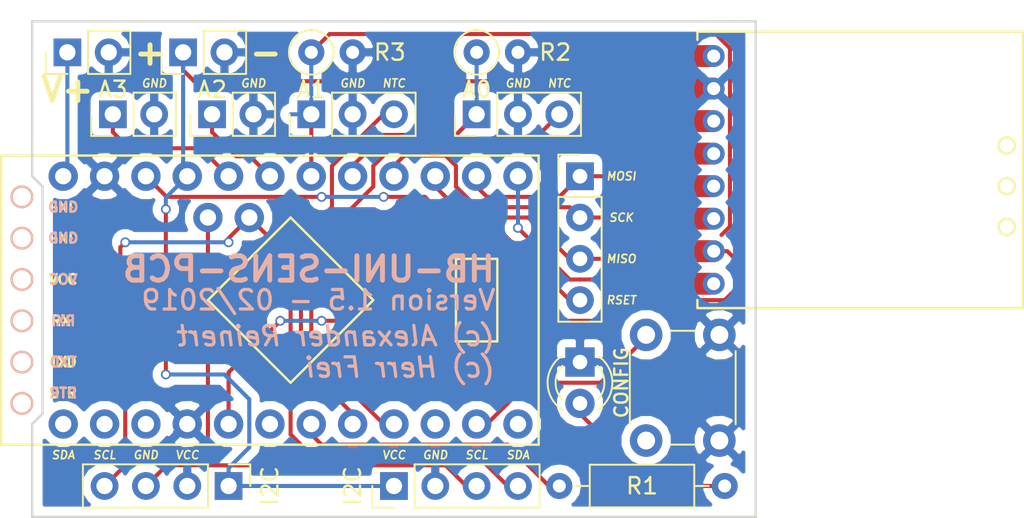
<source format=kicad_pcb>
(kicad_pcb (version 20171130) (host pcbnew "(5.0.0)")

  (general
    (thickness 1.6)
    (drawings 41)
    (tracks 223)
    (zones 0)
    (modules 16)
    (nets 25)
  )

  (page A4)
  (layers
    (0 F.Cu signal)
    (31 B.Cu signal)
    (32 B.Adhes user hide)
    (33 F.Adhes user hide)
    (34 B.Paste user hide)
    (35 F.Paste user hide)
    (36 B.SilkS user)
    (37 F.SilkS user)
    (38 B.Mask user)
    (39 F.Mask user)
    (40 Dwgs.User user hide)
    (41 Cmts.User user hide)
    (42 Eco1.User user hide)
    (43 Eco2.User user hide)
    (44 Edge.Cuts user)
    (45 Margin user hide)
    (46 B.CrtYd user hide)
    (47 F.CrtYd user hide)
    (48 B.Fab user hide)
    (49 F.Fab user hide)
  )

  (setup
    (last_trace_width 0.25)
    (trace_clearance 0.2)
    (zone_clearance 0.508)
    (zone_45_only no)
    (trace_min 0.2)
    (segment_width 0.2)
    (edge_width 0.15)
    (via_size 0.6)
    (via_drill 0.4)
    (via_min_size 0.4)
    (via_min_drill 0.3)
    (uvia_size 0.3)
    (uvia_drill 0.1)
    (uvias_allowed no)
    (uvia_min_size 0.2)
    (uvia_min_drill 0.1)
    (pcb_text_width 0.3)
    (pcb_text_size 1.5 1.5)
    (mod_edge_width 0.15)
    (mod_text_size 1 1)
    (mod_text_width 0.15)
    (pad_size 2 2)
    (pad_drill 1.1)
    (pad_to_mask_clearance 0.2)
    (solder_mask_min_width 0.25)
    (aux_axis_origin 0 0)
    (visible_elements 7FFFFFFF)
    (pcbplotparams
      (layerselection 0x010f0_80000001)
      (usegerberextensions false)
      (usegerberattributes false)
      (usegerberadvancedattributes false)
      (creategerberjobfile false)
      (excludeedgelayer true)
      (linewidth 0.100000)
      (plotframeref false)
      (viasonmask false)
      (mode 1)
      (useauxorigin false)
      (hpglpennumber 1)
      (hpglpenspeed 20)
      (hpglpendiameter 15.000000)
      (psnegative false)
      (psa4output false)
      (plotreference true)
      (plotvalue true)
      (plotinvisibletext false)
      (padsonsilk false)
      (subtractmaskfromsilk true)
      (outputformat 1)
      (mirror false)
      (drillshape 0)
      (scaleselection 1)
      (outputdirectory "Gerber/"))
  )

  (net 0 "")
  (net 1 +3V3)
  (net 2 GND)
  (net 3 "Net-(D1-Pad2)")
  (net 4 "Net-(U1-Pad18)")
  (net 5 "Net-(U1-Pad22)")
  (net 6 "Net-(U1-Pad24)")
  (net 7 "Net-(U2-Pad6)")
  (net 8 "Net-(R1-Pad2)")
  (net 9 "Net-(SW1-Pad1)")
  (net 10 /D5)
  (net 11 /D6)
  (net 12 /SS)
  (net 13 /D2)
  (net 14 /SCL)
  (net 15 /SDA)
  (net 16 /A0)
  (net 17 /A1)
  (net 18 /A2)
  (net 19 /A3)
  (net 20 /MOSI)
  (net 21 /SCK)
  (net 22 /MISO)
  (net 23 /RSET)
  (net 24 +12V)

  (net_class Default "Dies ist die voreingestellte Netzklasse."
    (clearance 0.2)
    (trace_width 0.25)
    (via_dia 0.6)
    (via_drill 0.4)
    (uvia_dia 0.3)
    (uvia_drill 0.1)
    (add_net +12V)
    (add_net +3V3)
    (add_net /A0)
    (add_net /A1)
    (add_net /A2)
    (add_net /A3)
    (add_net /D2)
    (add_net /D5)
    (add_net /D6)
    (add_net /MISO)
    (add_net /MOSI)
    (add_net /RSET)
    (add_net /SCK)
    (add_net /SCL)
    (add_net /SDA)
    (add_net /SS)
    (add_net GND)
    (add_net "Net-(D1-Pad2)")
    (add_net "Net-(R1-Pad2)")
    (add_net "Net-(SW1-Pad1)")
    (add_net "Net-(U1-Pad18)")
    (add_net "Net-(U1-Pad22)")
    (add_net "Net-(U1-Pad24)")
    (add_net "Net-(U2-Pad6)")
  )

  (module Connector_PinHeader_2.54mm:PinHeader_1x02_P2.54mm_Vertical (layer F.Cu) (tedit 5C6E67FA) (tstamp 5C70D6D0)
    (at 103.124 49.53 90)
    (descr "Through hole straight pin header, 1x02, 2.54mm pitch, single row")
    (tags "Through hole pin header THT 1x02 2.54mm single row")
    (path /5C6E818A)
    (fp_text reference JR1 (at 0 -2.33 90) (layer F.SilkS) hide
      (effects (font (size 1 1) (thickness 0.15)))
    )
    (fp_text value RAW (at 0 4.87 90) (layer F.Fab)
      (effects (font (size 1 1) (thickness 0.15)))
    )
    (fp_line (start -0.635 -1.27) (end 1.27 -1.27) (layer F.Fab) (width 0.1))
    (fp_line (start 1.27 -1.27) (end 1.27 3.81) (layer F.Fab) (width 0.1))
    (fp_line (start 1.27 3.81) (end -1.27 3.81) (layer F.Fab) (width 0.1))
    (fp_line (start -1.27 3.81) (end -1.27 -0.635) (layer F.Fab) (width 0.1))
    (fp_line (start -1.27 -0.635) (end -0.635 -1.27) (layer F.Fab) (width 0.1))
    (fp_line (start -1.33 3.87) (end 1.33 3.87) (layer F.SilkS) (width 0.12))
    (fp_line (start -1.33 1.27) (end -1.33 3.87) (layer F.SilkS) (width 0.12))
    (fp_line (start 1.33 1.27) (end 1.33 3.87) (layer F.SilkS) (width 0.12))
    (fp_line (start -1.33 1.27) (end 1.33 1.27) (layer F.SilkS) (width 0.12))
    (fp_line (start -1.33 0) (end -1.33 -1.33) (layer F.SilkS) (width 0.12))
    (fp_line (start -1.33 -1.33) (end 0 -1.33) (layer F.SilkS) (width 0.12))
    (fp_line (start -1.8 -1.8) (end -1.8 4.35) (layer F.CrtYd) (width 0.05))
    (fp_line (start -1.8 4.35) (end 1.8 4.35) (layer F.CrtYd) (width 0.05))
    (fp_line (start 1.8 4.35) (end 1.8 -1.8) (layer F.CrtYd) (width 0.05))
    (fp_line (start 1.8 -1.8) (end -1.8 -1.8) (layer F.CrtYd) (width 0.05))
    (fp_text user %R (at 0 1.27 180) (layer F.Fab)
      (effects (font (size 1 1) (thickness 0.15)))
    )
    (pad 1 thru_hole rect (at 0 0 90) (size 1.7 1.7) (drill 1) (layers *.Cu *.Mask)
      (net 24 +12V))
    (pad 2 thru_hole oval (at 0 2.54 90) (size 1.7 1.7) (drill 1) (layers *.Cu *.Mask)
      (net 2 GND))
    (model ${KISYS3DMOD}/Connector_PinHeader_2.54mm.3dshapes/PinHeader_1x02_P2.54mm_Vertical.wrl
      (at (xyz 0 0 0))
      (scale (xyz 1 1 1))
      (rotate (xyz 0 0 0))
    )
  )

  (module Resistor_THT:R_Axial_DIN0207_L6.3mm_D2.5mm_P2.54mm_Vertical (layer F.Cu) (tedit 5AE5139B) (tstamp 5C6E77F1)
    (at 118.11 49.53)
    (descr "Resistor, Axial_DIN0207 series, Axial, Vertical, pin pitch=2.54mm, 0.25W = 1/4W, length*diameter=6.3*2.5mm^2, http://cdn-reichelt.de/documents/datenblatt/B400/1_4W%23YAG.pdf")
    (tags "Resistor Axial_DIN0207 series Axial Vertical pin pitch 2.54mm 0.25W = 1/4W length 6.3mm diameter 2.5mm")
    (path /5ABE28D1)
    (fp_text reference R3 (at 4.826 0) (layer F.SilkS)
      (effects (font (size 1 1) (thickness 0.15)))
    )
    (fp_text value 10K (at 1.27 2.37) (layer F.Fab)
      (effects (font (size 1 1) (thickness 0.15)))
    )
    (fp_text user %R (at 1.27 -2.37) (layer F.Fab)
      (effects (font (size 1 1) (thickness 0.15)))
    )
    (fp_line (start 3.59 -1.5) (end -1.5 -1.5) (layer F.CrtYd) (width 0.05))
    (fp_line (start 3.59 1.5) (end 3.59 -1.5) (layer F.CrtYd) (width 0.05))
    (fp_line (start -1.5 1.5) (end 3.59 1.5) (layer F.CrtYd) (width 0.05))
    (fp_line (start -1.5 -1.5) (end -1.5 1.5) (layer F.CrtYd) (width 0.05))
    (fp_line (start 1.37 0) (end 1.44 0) (layer F.SilkS) (width 0.12))
    (fp_line (start 0 0) (end 2.54 0) (layer F.Fab) (width 0.1))
    (fp_circle (center 0 0) (end 1.37 0) (layer F.SilkS) (width 0.12))
    (fp_circle (center 0 0) (end 1.25 0) (layer F.Fab) (width 0.1))
    (pad 2 thru_hole oval (at 2.54 0) (size 1.6 1.6) (drill 0.8) (layers *.Cu *.Mask)
      (net 2 GND))
    (pad 1 thru_hole circle (at 0 0) (size 1.6 1.6) (drill 0.8) (layers *.Cu *.Mask)
      (net 17 /A1))
    (model ${KISYS3DMOD}/Resistor_THT.3dshapes/R_Axial_DIN0207_L6.3mm_D2.5mm_P2.54mm_Vertical.wrl
      (at (xyz 0 0 0))
      (scale (xyz 1 1 1))
      (rotate (xyz 0 0 0))
    )
  )

  (module Resistor_THT:R_Axial_DIN0207_L6.3mm_D2.5mm_P2.54mm_Vertical (layer F.Cu) (tedit 5AE5139B) (tstamp 5C6E77E3)
    (at 128.27 49.53)
    (descr "Resistor, Axial_DIN0207 series, Axial, Vertical, pin pitch=2.54mm, 0.25W = 1/4W, length*diameter=6.3*2.5mm^2, http://cdn-reichelt.de/documents/datenblatt/B400/1_4W%23YAG.pdf")
    (tags "Resistor Axial_DIN0207 series Axial Vertical pin pitch 2.54mm 0.25W = 1/4W length 6.3mm diameter 2.5mm")
    (path /5ABE27F2)
    (fp_text reference R2 (at 4.826 0) (layer F.SilkS)
      (effects (font (size 1 1) (thickness 0.15)))
    )
    (fp_text value 10K (at 1.27 2.37) (layer F.Fab)
      (effects (font (size 1 1) (thickness 0.15)))
    )
    (fp_circle (center 0 0) (end 1.25 0) (layer F.Fab) (width 0.1))
    (fp_circle (center 0 0) (end 1.37 0) (layer F.SilkS) (width 0.12))
    (fp_line (start 0 0) (end 2.54 0) (layer F.Fab) (width 0.1))
    (fp_line (start 1.37 0) (end 1.44 0) (layer F.SilkS) (width 0.12))
    (fp_line (start -1.5 -1.5) (end -1.5 1.5) (layer F.CrtYd) (width 0.05))
    (fp_line (start -1.5 1.5) (end 3.59 1.5) (layer F.CrtYd) (width 0.05))
    (fp_line (start 3.59 1.5) (end 3.59 -1.5) (layer F.CrtYd) (width 0.05))
    (fp_line (start 3.59 -1.5) (end -1.5 -1.5) (layer F.CrtYd) (width 0.05))
    (fp_text user %R (at 1.27 -2.37) (layer F.Fab)
      (effects (font (size 1 1) (thickness 0.15)))
    )
    (pad 1 thru_hole circle (at 0 0) (size 1.6 1.6) (drill 0.8) (layers *.Cu *.Mask)
      (net 16 /A0))
    (pad 2 thru_hole oval (at 2.54 0) (size 1.6 1.6) (drill 0.8) (layers *.Cu *.Mask)
      (net 2 GND))
    (model ${KISYS3DMOD}/Resistor_THT.3dshapes/R_Axial_DIN0207_L6.3mm_D2.5mm_P2.54mm_Vertical.wrl
      (at (xyz 0 0 0))
      (scale (xyz 1 1 1))
      (rotate (xyz 0 0 0))
    )
  )

  (module LEDs:LED_D3.0mm (layer F.Cu) (tedit 5AC3F953) (tstamp 5AC3F6CF)
    (at 134.62 68.58 270)
    (descr "LED, diameter 3.0mm, 2 pins")
    (tags "LED diameter 3.0mm 2 pins")
    (path /5ABE1195)
    (fp_text reference D1 (at 3.81 -1.27) (layer F.SilkS) hide
      (effects (font (size 1 1) (thickness 0.15)))
    )
    (fp_text value LED (at 1.27 2.96 270) (layer F.Fab)
      (effects (font (size 1 1) (thickness 0.15)))
    )
    (fp_arc (start 1.27 0) (end -0.23 -1.16619) (angle 284.3) (layer F.Fab) (width 0.1))
    (fp_arc (start 1.27 0) (end -0.29 -1.235516) (angle 108.8) (layer F.SilkS) (width 0.12))
    (fp_arc (start 1.27 0) (end -0.29 1.235516) (angle -108.8) (layer F.SilkS) (width 0.12))
    (fp_arc (start 1.27 0) (end 0.229039 -1.08) (angle 87.9) (layer F.SilkS) (width 0.12))
    (fp_arc (start 1.27 0) (end 0.229039 1.08) (angle -87.9) (layer F.SilkS) (width 0.12))
    (fp_circle (center 1.27 0) (end 2.77 0) (layer F.Fab) (width 0.1))
    (fp_line (start -0.23 -1.16619) (end -0.23 1.16619) (layer F.Fab) (width 0.1))
    (fp_line (start -0.29 -1.236) (end -0.29 -1.08) (layer F.SilkS) (width 0.12))
    (fp_line (start -0.29 1.08) (end -0.29 1.236) (layer F.SilkS) (width 0.12))
    (fp_line (start -1.15 -2.25) (end -1.15 2.25) (layer F.CrtYd) (width 0.05))
    (fp_line (start -1.15 2.25) (end 3.7 2.25) (layer F.CrtYd) (width 0.05))
    (fp_line (start 3.7 2.25) (end 3.7 -2.25) (layer F.CrtYd) (width 0.05))
    (fp_line (start 3.7 -2.25) (end -1.15 -2.25) (layer F.CrtYd) (width 0.05))
    (pad 1 thru_hole rect (at 0 0 270) (size 1.8 1.8) (drill 0.9) (layers *.Cu *.Mask)
      (net 2 GND))
    (pad 2 thru_hole circle (at 2.54 0 270) (size 1.8 1.8) (drill 0.9) (layers *.Cu *.Mask)
      (net 3 "Net-(D1-Pad2)"))
    (model ${KISYS3DMOD}/LEDs.3dshapes/LED_D3.0mm.wrl
      (at (xyz 0 0 0))
      (scale (xyz 0.393701 0.393701 0.393701))
      (rotate (xyz 0 0 0))
    )
  )

  (module Pin_Headers:Pin_Header_Straight_1x02_Pitch2.54mm (layer F.Cu) (tedit 5AC7DCBE) (tstamp 5AC3F76F)
    (at 105.918 53.34 90)
    (descr "Through hole straight pin header, 1x02, 2.54mm pitch, single row")
    (tags "Through hole pin header THT 1x02 2.54mm single row")
    (path /5ABE2007)
    (fp_text reference J6 (at 1.905 0 180) (layer F.SilkS) hide
      (effects (font (size 1 1) (thickness 0.15)))
    )
    (fp_text value A3 (at 0 4.87 90) (layer F.Fab)
      (effects (font (size 1 1) (thickness 0.15)))
    )
    (fp_line (start -0.635 -1.27) (end 1.27 -1.27) (layer F.Fab) (width 0.1))
    (fp_line (start 1.27 -1.27) (end 1.27 3.81) (layer F.Fab) (width 0.1))
    (fp_line (start 1.27 3.81) (end -1.27 3.81) (layer F.Fab) (width 0.1))
    (fp_line (start -1.27 3.81) (end -1.27 -0.635) (layer F.Fab) (width 0.1))
    (fp_line (start -1.27 -0.635) (end -0.635 -1.27) (layer F.Fab) (width 0.1))
    (fp_line (start -1.33 3.87) (end 1.33 3.87) (layer F.SilkS) (width 0.12))
    (fp_line (start -1.33 1.27) (end -1.33 3.87) (layer F.SilkS) (width 0.12))
    (fp_line (start 1.33 1.27) (end 1.33 3.87) (layer F.SilkS) (width 0.12))
    (fp_line (start -1.33 1.27) (end 1.33 1.27) (layer F.SilkS) (width 0.12))
    (fp_line (start -1.33 0) (end -1.33 -1.33) (layer F.SilkS) (width 0.12))
    (fp_line (start -1.33 -1.33) (end 0 -1.33) (layer F.SilkS) (width 0.12))
    (fp_line (start -1.8 -1.8) (end -1.8 4.35) (layer F.CrtYd) (width 0.05))
    (fp_line (start -1.8 4.35) (end 1.8 4.35) (layer F.CrtYd) (width 0.05))
    (fp_line (start 1.8 4.35) (end 1.8 -1.8) (layer F.CrtYd) (width 0.05))
    (fp_line (start 1.8 -1.8) (end -1.8 -1.8) (layer F.CrtYd) (width 0.05))
    (fp_text user %R (at 0 1.27 180) (layer F.Fab)
      (effects (font (size 1 1) (thickness 0.15)))
    )
    (pad 1 thru_hole rect (at 0 0 90) (size 1.7 1.7) (drill 1) (layers *.Cu *.Mask)
      (net 19 /A3))
    (pad 2 thru_hole oval (at 0 2.54 90) (size 1.7 1.7) (drill 1) (layers *.Cu *.Mask)
      (net 2 GND))
    (model ${KISYS3DMOD}/Pin_Headers.3dshapes/Pin_Header_Straight_1x02_Pitch2.54mm.wrl
      (at (xyz 0 0 0))
      (scale (xyz 1 1 1))
      (rotate (xyz 0 0 0))
    )
  )

  (module Buttons_Switches_THT:SW_PUSH_6mm_h5mm (layer F.Cu) (tedit 5AC7DF78) (tstamp 5AC3F7A1)
    (at 138.684 73.406 90)
    (descr "tactile push button, 6x6mm e.g. PHAP33xx series, height=5mm")
    (tags "tact sw push 6mm")
    (path /5ABE0E28)
    (fp_text reference SW1 (at 3.175 -1.905 90) (layer F.SilkS) hide
      (effects (font (size 0.8 0.8) (thickness 0.15)))
    )
    (fp_text value CONFIG_BUTTON (at 3.75 6.7 90) (layer F.Fab)
      (effects (font (size 1 1) (thickness 0.15)))
    )
    (fp_text user %R (at 3.25 2.25 90) (layer F.Fab)
      (effects (font (size 1 1) (thickness 0.15)))
    )
    (fp_line (start 3.25 -0.75) (end 6.25 -0.75) (layer F.Fab) (width 0.1))
    (fp_line (start 6.25 -0.75) (end 6.25 5.25) (layer F.Fab) (width 0.1))
    (fp_line (start 6.25 5.25) (end 0.25 5.25) (layer F.Fab) (width 0.1))
    (fp_line (start 0.25 5.25) (end 0.25 -0.75) (layer F.Fab) (width 0.1))
    (fp_line (start 0.25 -0.75) (end 3.25 -0.75) (layer F.Fab) (width 0.1))
    (fp_line (start 7.75 6) (end 8 6) (layer F.CrtYd) (width 0.05))
    (fp_line (start 8 6) (end 8 5.75) (layer F.CrtYd) (width 0.05))
    (fp_line (start 7.75 -1.5) (end 8 -1.5) (layer F.CrtYd) (width 0.05))
    (fp_line (start 8 -1.5) (end 8 -1.25) (layer F.CrtYd) (width 0.05))
    (fp_line (start -1.5 -1.25) (end -1.5 -1.5) (layer F.CrtYd) (width 0.05))
    (fp_line (start -1.5 -1.5) (end -1.25 -1.5) (layer F.CrtYd) (width 0.05))
    (fp_line (start -1.5 5.75) (end -1.5 6) (layer F.CrtYd) (width 0.05))
    (fp_line (start -1.5 6) (end -1.25 6) (layer F.CrtYd) (width 0.05))
    (fp_line (start -1.25 -1.5) (end 7.75 -1.5) (layer F.CrtYd) (width 0.05))
    (fp_line (start -1.5 5.75) (end -1.5 -1.25) (layer F.CrtYd) (width 0.05))
    (fp_line (start 7.75 6) (end -1.25 6) (layer F.CrtYd) (width 0.05))
    (fp_line (start 8 -1.25) (end 8 5.75) (layer F.CrtYd) (width 0.05))
    (fp_line (start 1 5.5) (end 5.5 5.5) (layer F.SilkS) (width 0.12))
    (fp_line (start -0.25 1.5) (end -0.25 3) (layer F.SilkS) (width 0.12))
    (fp_line (start 5.5 -1) (end 1 -1) (layer F.SilkS) (width 0.12))
    (fp_line (start 6.75 3) (end 6.75 1.5) (layer F.SilkS) (width 0.12))
    (fp_circle (center 3.25 2.25) (end 1.25 2.5) (layer F.Fab) (width 0.1))
    (pad 2 thru_hole circle (at 0 4.5 180) (size 2 2) (drill 1.1) (layers *.Cu *.Mask)
      (net 2 GND))
    (pad "" thru_hole circle (at 0 0 180) (size 2 2) (drill 1.1) (layers *.Cu *.Mask))
    (pad 2 thru_hole circle (at 6.5 4.5 180) (size 2 2) (drill 1.1) (layers *.Cu *.Mask)
      (net 2 GND))
    (pad 1 thru_hole circle (at 6.5 0 180) (size 2 2) (drill 1.1) (layers *.Cu *.Mask)
      (net 9 "Net-(SW1-Pad1)"))
    (model ${KISYS3DMOD}/Buttons_Switches_THT.3dshapes/SW_PUSH_6mm_h5mm.wrl
      (offset (xyz 0.1269999980926514 0 0))
      (scale (xyz 0.3937 0.3937 0.3937))
      (rotate (xyz 0 0 0))
    )
  )

  (module Homebrew:CC1101 (layer F.Cu) (tedit 5AC41066) (tstamp 5AC3F37D)
    (at 140.335 48.26)
    (path /5AC3AFA1)
    (fp_text reference U2 (at 6.5 2) (layer F.SilkS) hide
      (effects (font (size 1 1) (thickness 0.15)))
    )
    (fp_text value CC1101 (at 15.5 15) (layer F.Fab)
      (effects (font (size 1 1) (thickness 0.15)))
    )
    (fp_line (start 1.5 17) (end 1.5 16.5) (layer F.SilkS) (width 0.15))
    (fp_line (start 1.5 0) (end 1.5 0.5) (layer F.SilkS) (width 0.15))
    (fp_circle (center 20.5 12) (end 20.5 12.5) (layer F.SilkS) (width 0.15))
    (fp_circle (center 20.5 7) (end 20.5 7.5) (layer F.SilkS) (width 0.15))
    (fp_circle (center 20.5 9.5) (end 21 9.5) (layer F.SilkS) (width 0.15))
    (fp_line (start 1.5 0) (end 21.5 0) (layer F.SilkS) (width 0.15))
    (fp_line (start 21.5 0) (end 21.5 17) (layer F.SilkS) (width 0.15))
    (fp_line (start 21.5 17) (end 1.5 17) (layer F.SilkS) (width 0.15))
    (pad 8 thru_hole circle (at 2.5 15.5) (size 1.35 1.35) (drill 0.8) (layers *.Cu *.Mask)
      (net 12 /SS))
    (pad 8 connect rect (at 1.5 15.5) (size 1.8 1.35) (layers F.Cu F.Mask)
      (net 12 /SS))
    (pad 1 thru_hole circle (at 2.5 1.5) (size 1.35 1.35) (drill 0.8) (layers *.Cu *.Mask)
      (net 1 +3V3))
    (pad 2 thru_hole circle (at 2.5 3.5) (size 1.35 1.35) (drill 0.8) (layers *.Cu *.Mask)
      (net 2 GND))
    (pad 3 thru_hole circle (at 2.5 5.5) (size 1.35 1.35) (drill 0.8) (layers *.Cu *.Mask)
      (net 20 /MOSI))
    (pad 4 thru_hole circle (at 2.5 7.5) (size 1.35 1.35) (drill 0.8) (layers *.Cu *.Mask)
      (net 21 /SCK))
    (pad 5 thru_hole circle (at 2.5 9.5) (size 1.35 1.35) (drill 0.8) (layers *.Cu *.Mask)
      (net 22 /MISO))
    (pad 6 thru_hole circle (at 2.5 11.5) (size 1.35 1.35) (drill 0.8) (layers *.Cu *.Mask)
      (net 7 "Net-(U2-Pad6)"))
    (pad 7 thru_hole circle (at 2.5 13.5) (size 1.35 1.35) (drill 0.8) (layers *.Cu *.Mask)
      (net 13 /D2))
    (pad 1 connect rect (at 1.5 1.5) (size 1.8 1.35) (layers F.Cu F.Mask)
      (net 1 +3V3))
    (pad 2 connect rect (at 1.5 3.5) (size 1.8 1.35) (layers F.Cu F.Mask)
      (net 2 GND))
    (pad 3 connect rect (at 1.5 5.5) (size 1.8 1.35) (layers F.Cu F.Mask)
      (net 20 /MOSI))
    (pad 4 connect rect (at 1.5 7.5) (size 1.8 1.35) (layers F.Cu F.Mask)
      (net 21 /SCK))
    (pad 5 connect rect (at 1.5 9.5) (size 1.8 1.35) (layers F.Cu F.Mask)
      (net 22 /MISO))
    (pad 6 connect rect (at 1.5 11.5) (size 1.8 1.35) (layers F.Cu F.Mask)
      (net 7 "Net-(U2-Pad6)"))
    (pad 7 connect rect (at 1.5 13.5) (size 1.8 1.35) (layers F.Cu F.Mask)
      (net 13 /D2))
  )

  (module Pin_Headers:Pin_Header_Straight_1x02_Pitch2.54mm (layer F.Cu) (tedit 5AC7DBF0) (tstamp 5AC3F6E5)
    (at 110.236 49.53 90)
    (descr "Through hole straight pin header, 1x02, 2.54mm pitch, single row")
    (tags "Through hole pin header THT 1x02 2.54mm single row")
    (path /5ABE2E32)
    (fp_text reference J0 (at 0 -2.33 180) (layer F.SilkS) hide
      (effects (font (size 1 1) (thickness 0.15)))
    )
    (fp_text value BATT (at 0 4.87 90) (layer F.Fab)
      (effects (font (size 1 1) (thickness 0.15)))
    )
    (fp_line (start -0.635 -1.27) (end 1.27 -1.27) (layer F.Fab) (width 0.1))
    (fp_line (start 1.27 -1.27) (end 1.27 3.81) (layer F.Fab) (width 0.1))
    (fp_line (start 1.27 3.81) (end -1.27 3.81) (layer F.Fab) (width 0.1))
    (fp_line (start -1.27 3.81) (end -1.27 -0.635) (layer F.Fab) (width 0.1))
    (fp_line (start -1.27 -0.635) (end -0.635 -1.27) (layer F.Fab) (width 0.1))
    (fp_line (start -1.33 3.87) (end 1.33 3.87) (layer F.SilkS) (width 0.12))
    (fp_line (start -1.33 1.27) (end -1.33 3.87) (layer F.SilkS) (width 0.12))
    (fp_line (start 1.33 1.27) (end 1.33 3.87) (layer F.SilkS) (width 0.12))
    (fp_line (start -1.33 1.27) (end 1.33 1.27) (layer F.SilkS) (width 0.12))
    (fp_line (start -1.33 0) (end -1.33 -1.33) (layer F.SilkS) (width 0.12))
    (fp_line (start -1.33 -1.33) (end 0 -1.33) (layer F.SilkS) (width 0.12))
    (fp_line (start -1.8 -1.8) (end -1.8 4.35) (layer F.CrtYd) (width 0.05))
    (fp_line (start -1.8 4.35) (end 1.8 4.35) (layer F.CrtYd) (width 0.05))
    (fp_line (start 1.8 4.35) (end 1.8 -1.8) (layer F.CrtYd) (width 0.05))
    (fp_line (start 1.8 -1.8) (end -1.8 -1.8) (layer F.CrtYd) (width 0.05))
    (fp_text user %R (at 0 1.27 180) (layer F.Fab)
      (effects (font (size 1 1) (thickness 0.15)))
    )
    (pad 1 thru_hole rect (at 0 0 90) (size 1.7 1.7) (drill 1) (layers *.Cu *.Mask)
      (net 1 +3V3))
    (pad 2 thru_hole oval (at 0 2.54 90) (size 1.7 1.7) (drill 1) (layers *.Cu *.Mask)
      (net 2 GND))
    (model ${KISYS3DMOD}/Pin_Headers.3dshapes/Pin_Header_Straight_1x02_Pitch2.54mm.wrl
      (at (xyz 0 0 0))
      (scale (xyz 1 1 1))
      (rotate (xyz 0 0 0))
    )
  )

  (module Pin_Headers:Pin_Header_Straight_1x04_Pitch2.54mm (layer F.Cu) (tedit 5AC7DD2B) (tstamp 5AC3F6FD)
    (at 113.03 76.2 270)
    (descr "Through hole straight pin header, 1x04, 2.54mm pitch, single row")
    (tags "Through hole pin header THT 1x04 2.54mm single row")
    (path /5ABE0D25)
    (fp_text reference J1 (at 0 -2.33 270) (layer F.SilkS) hide
      (effects (font (size 1 1) (thickness 0.15)))
    )
    (fp_text value I2C_1 (at 0 9.95 270) (layer F.Fab)
      (effects (font (size 1 1) (thickness 0.15)))
    )
    (fp_line (start -0.635 -1.27) (end 1.27 -1.27) (layer F.Fab) (width 0.1))
    (fp_line (start 1.27 -1.27) (end 1.27 8.89) (layer F.Fab) (width 0.1))
    (fp_line (start 1.27 8.89) (end -1.27 8.89) (layer F.Fab) (width 0.1))
    (fp_line (start -1.27 8.89) (end -1.27 -0.635) (layer F.Fab) (width 0.1))
    (fp_line (start -1.27 -0.635) (end -0.635 -1.27) (layer F.Fab) (width 0.1))
    (fp_line (start -1.33 8.95) (end 1.33 8.95) (layer F.SilkS) (width 0.12))
    (fp_line (start -1.33 1.27) (end -1.33 8.95) (layer F.SilkS) (width 0.12))
    (fp_line (start 1.33 1.27) (end 1.33 8.95) (layer F.SilkS) (width 0.12))
    (fp_line (start -1.33 1.27) (end 1.33 1.27) (layer F.SilkS) (width 0.12))
    (fp_line (start -1.33 0) (end -1.33 -1.33) (layer F.SilkS) (width 0.12))
    (fp_line (start -1.33 -1.33) (end 0 -1.33) (layer F.SilkS) (width 0.12))
    (fp_line (start -1.8 -1.8) (end -1.8 9.4) (layer F.CrtYd) (width 0.05))
    (fp_line (start -1.8 9.4) (end 1.8 9.4) (layer F.CrtYd) (width 0.05))
    (fp_line (start 1.8 9.4) (end 1.8 -1.8) (layer F.CrtYd) (width 0.05))
    (fp_line (start 1.8 -1.8) (end -1.8 -1.8) (layer F.CrtYd) (width 0.05))
    (fp_text user %R (at 0 3.81) (layer F.Fab)
      (effects (font (size 1 1) (thickness 0.15)))
    )
    (pad 1 thru_hole rect (at 0 0 270) (size 1.7 1.7) (drill 1) (layers *.Cu *.Mask)
      (net 1 +3V3))
    (pad 2 thru_hole oval (at 0 2.54 270) (size 1.7 1.7) (drill 1) (layers *.Cu *.Mask)
      (net 2 GND))
    (pad 3 thru_hole oval (at 0 5.08 270) (size 1.7 1.7) (drill 1) (layers *.Cu *.Mask)
      (net 14 /SCL))
    (pad 4 thru_hole oval (at 0 7.62 270) (size 1.7 1.7) (drill 1) (layers *.Cu *.Mask)
      (net 15 /SDA))
    (model ${KISYS3DMOD}/Pin_Headers.3dshapes/Pin_Header_Straight_1x04_Pitch2.54mm.wrl
      (at (xyz 0 0 0))
      (scale (xyz 1 1 1))
      (rotate (xyz 0 0 0))
    )
  )

  (module Pin_Headers:Pin_Header_Straight_1x04_Pitch2.54mm (layer F.Cu) (tedit 5AC7DD35) (tstamp 5AC3F715)
    (at 123.19 76.2 90)
    (descr "Through hole straight pin header, 1x04, 2.54mm pitch, single row")
    (tags "Through hole pin header THT 1x04 2.54mm single row")
    (path /5ABE0DC1)
    (fp_text reference J2 (at 0 -2.33 90) (layer F.SilkS) hide
      (effects (font (size 1 1) (thickness 0.15)))
    )
    (fp_text value I2C_2 (at 0 9.95 90) (layer F.Fab)
      (effects (font (size 1 1) (thickness 0.15)))
    )
    (fp_line (start -0.635 -1.27) (end 1.27 -1.27) (layer F.Fab) (width 0.1))
    (fp_line (start 1.27 -1.27) (end 1.27 8.89) (layer F.Fab) (width 0.1))
    (fp_line (start 1.27 8.89) (end -1.27 8.89) (layer F.Fab) (width 0.1))
    (fp_line (start -1.27 8.89) (end -1.27 -0.635) (layer F.Fab) (width 0.1))
    (fp_line (start -1.27 -0.635) (end -0.635 -1.27) (layer F.Fab) (width 0.1))
    (fp_line (start -1.33 8.95) (end 1.33 8.95) (layer F.SilkS) (width 0.12))
    (fp_line (start -1.33 1.27) (end -1.33 8.95) (layer F.SilkS) (width 0.12))
    (fp_line (start 1.33 1.27) (end 1.33 8.95) (layer F.SilkS) (width 0.12))
    (fp_line (start -1.33 1.27) (end 1.33 1.27) (layer F.SilkS) (width 0.12))
    (fp_line (start -1.33 0) (end -1.33 -1.33) (layer F.SilkS) (width 0.12))
    (fp_line (start -1.33 -1.33) (end 0 -1.33) (layer F.SilkS) (width 0.12))
    (fp_line (start -1.8 -1.8) (end -1.8 9.4) (layer F.CrtYd) (width 0.05))
    (fp_line (start -1.8 9.4) (end 1.8 9.4) (layer F.CrtYd) (width 0.05))
    (fp_line (start 1.8 9.4) (end 1.8 -1.8) (layer F.CrtYd) (width 0.05))
    (fp_line (start 1.8 -1.8) (end -1.8 -1.8) (layer F.CrtYd) (width 0.05))
    (fp_text user %R (at 0 3.81 180) (layer F.Fab)
      (effects (font (size 1 1) (thickness 0.15)))
    )
    (pad 1 thru_hole rect (at 0 0 90) (size 1.7 1.7) (drill 1) (layers *.Cu *.Mask)
      (net 1 +3V3))
    (pad 2 thru_hole oval (at 0 2.54 90) (size 1.7 1.7) (drill 1) (layers *.Cu *.Mask)
      (net 2 GND))
    (pad 3 thru_hole oval (at 0 5.08 90) (size 1.7 1.7) (drill 1) (layers *.Cu *.Mask)
      (net 14 /SCL))
    (pad 4 thru_hole oval (at 0 7.62 90) (size 1.7 1.7) (drill 1) (layers *.Cu *.Mask)
      (net 15 /SDA))
    (model ${KISYS3DMOD}/Pin_Headers.3dshapes/Pin_Header_Straight_1x04_Pitch2.54mm.wrl
      (at (xyz 0 0 0))
      (scale (xyz 1 1 1))
      (rotate (xyz 0 0 0))
    )
  )

  (module Pin_Headers:Pin_Header_Straight_1x03_Pitch2.54mm (layer F.Cu) (tedit 5AC7DCEA) (tstamp 5AC3F72C)
    (at 128.27 53.34 90)
    (descr "Through hole straight pin header, 1x03, 2.54mm pitch, single row")
    (tags "Through hole pin header THT 1x03 2.54mm single row")
    (path /5ABE1EB3)
    (fp_text reference J3 (at 1.905 0 180) (layer F.SilkS) hide
      (effects (font (size 1 1) (thickness 0.15)))
    )
    (fp_text value A0 (at 0 7.41 90) (layer F.Fab)
      (effects (font (size 1 1) (thickness 0.15)))
    )
    (fp_line (start -0.635 -1.27) (end 1.27 -1.27) (layer F.Fab) (width 0.1))
    (fp_line (start 1.27 -1.27) (end 1.27 6.35) (layer F.Fab) (width 0.1))
    (fp_line (start 1.27 6.35) (end -1.27 6.35) (layer F.Fab) (width 0.1))
    (fp_line (start -1.27 6.35) (end -1.27 -0.635) (layer F.Fab) (width 0.1))
    (fp_line (start -1.27 -0.635) (end -0.635 -1.27) (layer F.Fab) (width 0.1))
    (fp_line (start -1.33 6.41) (end 1.33 6.41) (layer F.SilkS) (width 0.12))
    (fp_line (start -1.33 1.27) (end -1.33 6.41) (layer F.SilkS) (width 0.12))
    (fp_line (start 1.33 1.27) (end 1.33 6.41) (layer F.SilkS) (width 0.12))
    (fp_line (start -1.33 1.27) (end 1.33 1.27) (layer F.SilkS) (width 0.12))
    (fp_line (start -1.33 0) (end -1.33 -1.33) (layer F.SilkS) (width 0.12))
    (fp_line (start -1.33 -1.33) (end 0 -1.33) (layer F.SilkS) (width 0.12))
    (fp_line (start -1.8 -1.8) (end -1.8 6.85) (layer F.CrtYd) (width 0.05))
    (fp_line (start -1.8 6.85) (end 1.8 6.85) (layer F.CrtYd) (width 0.05))
    (fp_line (start 1.8 6.85) (end 1.8 -1.8) (layer F.CrtYd) (width 0.05))
    (fp_line (start 1.8 -1.8) (end -1.8 -1.8) (layer F.CrtYd) (width 0.05))
    (fp_text user %R (at 0 2.54 180) (layer F.Fab)
      (effects (font (size 1 1) (thickness 0.15)))
    )
    (pad 1 thru_hole rect (at 0 0 90) (size 1.7 1.7) (drill 1) (layers *.Cu *.Mask)
      (net 16 /A0))
    (pad 2 thru_hole oval (at 0 2.54 90) (size 1.7 1.7) (drill 1) (layers *.Cu *.Mask)
      (net 2 GND))
    (pad 3 thru_hole oval (at 0 5.08 90) (size 1.7 1.7) (drill 1) (layers *.Cu *.Mask)
      (net 11 /D6))
    (model ${KISYS3DMOD}/Pin_Headers.3dshapes/Pin_Header_Straight_1x03_Pitch2.54mm.wrl
      (at (xyz 0 0 0))
      (scale (xyz 1 1 1))
      (rotate (xyz 0 0 0))
    )
  )

  (module Pin_Headers:Pin_Header_Straight_1x03_Pitch2.54mm (layer F.Cu) (tedit 5AC7DCD6) (tstamp 5AC3F743)
    (at 118.11 53.34 90)
    (descr "Through hole straight pin header, 1x03, 2.54mm pitch, single row")
    (tags "Through hole pin header THT 1x03 2.54mm single row")
    (path /5ABE1F38)
    (fp_text reference J4 (at 1.905 0 180) (layer F.SilkS) hide
      (effects (font (size 1 1) (thickness 0.15)))
    )
    (fp_text value A1 (at 0 7.41 90) (layer F.Fab)
      (effects (font (size 1 1) (thickness 0.15)))
    )
    (fp_line (start -0.635 -1.27) (end 1.27 -1.27) (layer F.Fab) (width 0.1))
    (fp_line (start 1.27 -1.27) (end 1.27 6.35) (layer F.Fab) (width 0.1))
    (fp_line (start 1.27 6.35) (end -1.27 6.35) (layer F.Fab) (width 0.1))
    (fp_line (start -1.27 6.35) (end -1.27 -0.635) (layer F.Fab) (width 0.1))
    (fp_line (start -1.27 -0.635) (end -0.635 -1.27) (layer F.Fab) (width 0.1))
    (fp_line (start -1.33 6.41) (end 1.33 6.41) (layer F.SilkS) (width 0.12))
    (fp_line (start -1.33 1.27) (end -1.33 6.41) (layer F.SilkS) (width 0.12))
    (fp_line (start 1.33 1.27) (end 1.33 6.41) (layer F.SilkS) (width 0.12))
    (fp_line (start -1.33 1.27) (end 1.33 1.27) (layer F.SilkS) (width 0.12))
    (fp_line (start -1.33 0) (end -1.33 -1.33) (layer F.SilkS) (width 0.12))
    (fp_line (start -1.33 -1.33) (end 0 -1.33) (layer F.SilkS) (width 0.12))
    (fp_line (start -1.8 -1.8) (end -1.8 6.85) (layer F.CrtYd) (width 0.05))
    (fp_line (start -1.8 6.85) (end 1.8 6.85) (layer F.CrtYd) (width 0.05))
    (fp_line (start 1.8 6.85) (end 1.8 -1.8) (layer F.CrtYd) (width 0.05))
    (fp_line (start 1.8 -1.8) (end -1.8 -1.8) (layer F.CrtYd) (width 0.05))
    (fp_text user %R (at 0 2.54 180) (layer F.Fab)
      (effects (font (size 1 1) (thickness 0.15)))
    )
    (pad 1 thru_hole rect (at 0 0 90) (size 1.7 1.7) (drill 1) (layers *.Cu *.Mask)
      (net 17 /A1))
    (pad 2 thru_hole oval (at 0 2.54 90) (size 1.7 1.7) (drill 1) (layers *.Cu *.Mask)
      (net 2 GND))
    (pad 3 thru_hole oval (at 0 5.08 90) (size 1.7 1.7) (drill 1) (layers *.Cu *.Mask)
      (net 10 /D5))
    (model ${KISYS3DMOD}/Pin_Headers.3dshapes/Pin_Header_Straight_1x03_Pitch2.54mm.wrl
      (at (xyz 0 0 0))
      (scale (xyz 1 1 1))
      (rotate (xyz 0 0 0))
    )
  )

  (module Pin_Headers:Pin_Header_Straight_1x02_Pitch2.54mm (layer F.Cu) (tedit 5AC7DCC8) (tstamp 5AC3F759)
    (at 112.014 53.34 90)
    (descr "Through hole straight pin header, 1x02, 2.54mm pitch, single row")
    (tags "Through hole pin header THT 1x02 2.54mm single row")
    (path /5ABE1F9E)
    (fp_text reference J5 (at 1.905 0 180) (layer F.SilkS) hide
      (effects (font (size 1 1) (thickness 0.15)))
    )
    (fp_text value A2 (at 0 4.87 90) (layer F.Fab)
      (effects (font (size 1 1) (thickness 0.15)))
    )
    (fp_line (start -0.635 -1.27) (end 1.27 -1.27) (layer F.Fab) (width 0.1))
    (fp_line (start 1.27 -1.27) (end 1.27 3.81) (layer F.Fab) (width 0.1))
    (fp_line (start 1.27 3.81) (end -1.27 3.81) (layer F.Fab) (width 0.1))
    (fp_line (start -1.27 3.81) (end -1.27 -0.635) (layer F.Fab) (width 0.1))
    (fp_line (start -1.27 -0.635) (end -0.635 -1.27) (layer F.Fab) (width 0.1))
    (fp_line (start -1.33 3.87) (end 1.33 3.87) (layer F.SilkS) (width 0.12))
    (fp_line (start -1.33 1.27) (end -1.33 3.87) (layer F.SilkS) (width 0.12))
    (fp_line (start 1.33 1.27) (end 1.33 3.87) (layer F.SilkS) (width 0.12))
    (fp_line (start -1.33 1.27) (end 1.33 1.27) (layer F.SilkS) (width 0.12))
    (fp_line (start -1.33 0) (end -1.33 -1.33) (layer F.SilkS) (width 0.12))
    (fp_line (start -1.33 -1.33) (end 0 -1.33) (layer F.SilkS) (width 0.12))
    (fp_line (start -1.8 -1.8) (end -1.8 4.35) (layer F.CrtYd) (width 0.05))
    (fp_line (start -1.8 4.35) (end 1.8 4.35) (layer F.CrtYd) (width 0.05))
    (fp_line (start 1.8 4.35) (end 1.8 -1.8) (layer F.CrtYd) (width 0.05))
    (fp_line (start 1.8 -1.8) (end -1.8 -1.8) (layer F.CrtYd) (width 0.05))
    (fp_text user %R (at 0 1.27 180) (layer F.Fab)
      (effects (font (size 1 1) (thickness 0.15)))
    )
    (pad 1 thru_hole rect (at 0 0 90) (size 1.7 1.7) (drill 1) (layers *.Cu *.Mask)
      (net 18 /A2))
    (pad 2 thru_hole oval (at 0 2.54 90) (size 1.7 1.7) (drill 1) (layers *.Cu *.Mask)
      (net 2 GND))
    (model ${KISYS3DMOD}/Pin_Headers.3dshapes/Pin_Header_Straight_1x02_Pitch2.54mm.wrl
      (at (xyz 0 0 0))
      (scale (xyz 1 1 1))
      (rotate (xyz 0 0 0))
    )
  )

  (module Pin_Headers:Pin_Header_Straight_1x04_Pitch2.54mm (layer F.Cu) (tedit 5AC68B07) (tstamp 5AC3F787)
    (at 134.62 57.15)
    (descr "Through hole straight pin header, 1x04, 2.54mm pitch, single row")
    (tags "Through hole pin header THT 1x04 2.54mm single row")
    (path /5AC3B268)
    (fp_text reference J7 (at 0 -2.33) (layer F.SilkS) hide
      (effects (font (size 1 1) (thickness 0.15)))
    )
    (fp_text value PROG (at 0 9.95) (layer F.Fab)
      (effects (font (size 1 1) (thickness 0.15)))
    )
    (fp_line (start -0.635 -1.27) (end 1.27 -1.27) (layer F.Fab) (width 0.1))
    (fp_line (start 1.27 -1.27) (end 1.27 8.89) (layer F.Fab) (width 0.1))
    (fp_line (start 1.27 8.89) (end -1.27 8.89) (layer F.Fab) (width 0.1))
    (fp_line (start -1.27 8.89) (end -1.27 -0.635) (layer F.Fab) (width 0.1))
    (fp_line (start -1.27 -0.635) (end -0.635 -1.27) (layer F.Fab) (width 0.1))
    (fp_line (start -1.33 8.95) (end 1.33 8.95) (layer F.SilkS) (width 0.12))
    (fp_line (start -1.33 1.27) (end -1.33 8.95) (layer F.SilkS) (width 0.12))
    (fp_line (start 1.33 1.27) (end 1.33 8.95) (layer F.SilkS) (width 0.12))
    (fp_line (start -1.33 1.27) (end 1.33 1.27) (layer F.SilkS) (width 0.12))
    (fp_line (start -1.33 0) (end -1.33 -1.33) (layer F.SilkS) (width 0.12))
    (fp_line (start -1.33 -1.33) (end 0 -1.33) (layer F.SilkS) (width 0.12))
    (fp_line (start -1.8 -1.8) (end -1.8 9.4) (layer F.CrtYd) (width 0.05))
    (fp_line (start -1.8 9.4) (end 1.8 9.4) (layer F.CrtYd) (width 0.05))
    (fp_line (start 1.8 9.4) (end 1.8 -1.8) (layer F.CrtYd) (width 0.05))
    (fp_line (start 1.8 -1.8) (end -1.8 -1.8) (layer F.CrtYd) (width 0.05))
    (fp_text user %R (at 0 3.81 90) (layer F.Fab)
      (effects (font (size 1 1) (thickness 0.15)))
    )
    (pad 1 thru_hole rect (at 0 0) (size 1.7 1.7) (drill 0.9) (layers *.Cu *.Mask)
      (net 20 /MOSI))
    (pad 2 thru_hole oval (at 0 2.54) (size 1.7 1.7) (drill 0.9) (layers *.Cu *.Mask)
      (net 21 /SCK))
    (pad 3 thru_hole oval (at 0 5.08) (size 1.7 1.7) (drill 0.9) (layers *.Cu *.Mask)
      (net 22 /MISO))
    (pad 4 thru_hole oval (at 0 7.62) (size 1.7 1.7) (drill 0.9) (layers *.Cu *.Mask)
      (net 23 /RSET))
    (model ${KISYS3DMOD}/Pin_Headers.3dshapes/Pin_Header_Straight_1x04_Pitch2.54mm.wrl
      (at (xyz 0 0 0))
      (scale (xyz 1 1 1))
      (rotate (xyz 0 0 0))
    )
  )

  (module Resistors_THT:R_Axial_DIN0207_L6.3mm_D2.5mm_P10.16mm_Horizontal (layer F.Cu) (tedit 5AC3F916) (tstamp 5AC3F78D)
    (at 143.51 76.2 180)
    (descr "Resistor, Axial_DIN0207 series, Axial, Horizontal, pin pitch=10.16mm, 0.25W = 1/4W, length*diameter=6.3*2.5mm^2, http://cdn-reichelt.de/documents/datenblatt/B400/1_4W%23YAG.pdf")
    (tags "Resistor Axial_DIN0207 series Axial Horizontal pin pitch 10.16mm 0.25W = 1/4W length 6.3mm diameter 2.5mm")
    (path /5ABE25C7)
    (fp_text reference R1 (at 5.08 0 180) (layer F.SilkS)
      (effects (font (size 1 1) (thickness 0.15)))
    )
    (fp_text value 470 (at 5.08 2.31 180) (layer F.Fab)
      (effects (font (size 1 1) (thickness 0.15)))
    )
    (fp_line (start 1.93 -1.25) (end 1.93 1.25) (layer F.Fab) (width 0.1))
    (fp_line (start 1.93 1.25) (end 8.23 1.25) (layer F.Fab) (width 0.1))
    (fp_line (start 8.23 1.25) (end 8.23 -1.25) (layer F.Fab) (width 0.1))
    (fp_line (start 8.23 -1.25) (end 1.93 -1.25) (layer F.Fab) (width 0.1))
    (fp_line (start 0 0) (end 1.93 0) (layer F.Fab) (width 0.1))
    (fp_line (start 10.16 0) (end 8.23 0) (layer F.Fab) (width 0.1))
    (fp_line (start 1.87 -1.31) (end 1.87 1.31) (layer F.SilkS) (width 0.12))
    (fp_line (start 1.87 1.31) (end 8.29 1.31) (layer F.SilkS) (width 0.12))
    (fp_line (start 8.29 1.31) (end 8.29 -1.31) (layer F.SilkS) (width 0.12))
    (fp_line (start 8.29 -1.31) (end 1.87 -1.31) (layer F.SilkS) (width 0.12))
    (fp_line (start 0.98 0) (end 1.87 0) (layer F.SilkS) (width 0.12))
    (fp_line (start 9.18 0) (end 8.29 0) (layer F.SilkS) (width 0.12))
    (fp_line (start -1.05 -1.6) (end -1.05 1.6) (layer F.CrtYd) (width 0.05))
    (fp_line (start -1.05 1.6) (end 11.25 1.6) (layer F.CrtYd) (width 0.05))
    (fp_line (start 11.25 1.6) (end 11.25 -1.6) (layer F.CrtYd) (width 0.05))
    (fp_line (start 11.25 -1.6) (end -1.05 -1.6) (layer F.CrtYd) (width 0.05))
    (pad 1 thru_hole circle (at 0 0 180) (size 1.6 1.6) (drill 0.8) (layers *.Cu *.Mask)
      (net 3 "Net-(D1-Pad2)"))
    (pad 2 thru_hole oval (at 10.16 0 180) (size 1.6 1.6) (drill 0.8) (layers *.Cu *.Mask)
      (net 8 "Net-(R1-Pad2)"))
    (model ${KISYS3DMOD}/Resistors_THT.3dshapes/R_Axial_DIN0207_L6.3mm_D2.5mm_P10.16mm_Horizontal.wrl
      (at (xyz 0 0 0))
      (scale (xyz 0.393701 0.393701 0.393701))
      (rotate (xyz 0 0 0))
    )
  )

  (module Homebrew:ArduinoProMini (layer F.Cu) (tedit 5AF60E50) (tstamp 5AC41C6E)
    (at 132.08 55.88 180)
    (path /5AF60EC1)
    (fp_text reference U1 (at 3.81 -13.97 180) (layer F.SilkS) hide
      (effects (font (size 1 1) (thickness 0.15)))
    )
    (fp_text value ArduinoProMini (at 16.51 -8.89 180) (layer F.Fab)
      (effects (font (size 1 1) (thickness 0.15)))
    )
    (fp_text user GND (at 29.21 -3.175 180) (layer B.SilkS)
      (effects (font (size 0.6 0.6) (thickness 0.15)) (justify mirror))
    )
    (fp_text user GND (at 29.21 -5.08 180) (layer B.SilkS)
      (effects (font (size 0.6 0.6) (thickness 0.15)) (justify mirror))
    )
    (fp_text user VCC (at 29.21 -7.62 180) (layer F.SilkS)
      (effects (font (size 0.6 0.6) (thickness 0.15)))
    )
    (fp_text user RXI (at 29.21 -10.16 180) (layer F.SilkS)
      (effects (font (size 0.6 0.6) (thickness 0.15)))
    )
    (fp_text user TXD (at 29.21 -12.7 180) (layer F.SilkS)
      (effects (font (size 0.6 0.6) (thickness 0.15)))
    )
    (fp_text user DTR (at 29.21 -14.605 180) (layer F.SilkS)
      (effects (font (size 0.6 0.6) (thickness 0.15)))
    )
    (fp_text user GND (at 29.21 -3.175 180) (layer F.SilkS)
      (effects (font (size 0.6 0.6) (thickness 0.15)))
    )
    (fp_text user GND (at 29.21 -5.08 180) (layer F.SilkS)
      (effects (font (size 0.6 0.6) (thickness 0.15)))
    )
    (fp_text user VCC (at 29.21 -7.62 180) (layer B.SilkS)
      (effects (font (size 0.6 0.6) (thickness 0.15)) (justify mirror))
    )
    (fp_text user RXI (at 29.21 -10.16 180) (layer B.SilkS)
      (effects (font (size 0.6 0.6) (thickness 0.15)) (justify mirror))
    )
    (fp_text user TXD (at 29.21 -12.7 180) (layer B.SilkS)
      (effects (font (size 0.6 0.6) (thickness 0.15)) (justify mirror))
    )
    (fp_text user DTR (at 29.21 -14.605 180) (layer B.SilkS)
      (effects (font (size 0.6 0.6) (thickness 0.15)) (justify mirror))
    )
    (fp_circle (center 31.75 -2.54) (end 31.75 -1.905) (layer B.SilkS) (width 0.15))
    (fp_circle (center 31.75 -5.08) (end 31.75 -4.445) (layer B.SilkS) (width 0.15))
    (fp_circle (center 31.75 -7.62) (end 31.75 -6.985) (layer B.SilkS) (width 0.15))
    (fp_circle (center 31.75 -10.16) (end 31.75 -9.525) (layer B.SilkS) (width 0.15))
    (fp_circle (center 31.75 -12.7) (end 31.75 -12.065) (layer B.SilkS) (width 0.15))
    (fp_circle (center 31.75 -15.24) (end 31.75 -14.605) (layer B.SilkS) (width 0.15))
    (fp_circle (center 31.75 -2.54) (end 31.75 -1.905) (layer F.SilkS) (width 0.15))
    (fp_circle (center 31.75 -5.08) (end 31.75 -4.445) (layer F.SilkS) (width 0.15))
    (fp_circle (center 31.75 -7.62) (end 31.75 -6.985) (layer F.SilkS) (width 0.15))
    (fp_circle (center 31.75 -10.16) (end 31.75 -9.525) (layer F.SilkS) (width 0.15))
    (fp_circle (center 31.75 -12.7) (end 31.75 -12.065) (layer F.SilkS) (width 0.15))
    (fp_circle (center 31.75 -15.24) (end 31.75 -14.605) (layer F.SilkS) (width 0.15))
    (fp_line (start 2.54 -11.43) (end 2.54 -6.35) (layer F.SilkS) (width 0.15))
    (fp_line (start 2.54 -6.35) (end 5.08 -6.35) (layer F.SilkS) (width 0.15))
    (fp_line (start 5.08 -6.35) (end 5.08 -11.43) (layer F.SilkS) (width 0.15))
    (fp_line (start 5.08 -11.43) (end 2.54 -11.43) (layer F.SilkS) (width 0.15))
    (fp_line (start 15.24 -3.81) (end 20.32 -8.89) (layer F.SilkS) (width 0.15))
    (fp_line (start 20.32 -8.89) (end 15.24 -13.97) (layer F.SilkS) (width 0.15))
    (fp_line (start 15.24 -13.97) (end 10.16 -8.89) (layer F.SilkS) (width 0.15))
    (fp_line (start 10.16 -8.89) (end 15.24 -3.81) (layer F.SilkS) (width 0.15))
    (fp_line (start 0 0) (end 33.02 0) (layer F.SilkS) (width 0.15))
    (fp_line (start 33.02 0) (end 33.02 -17.78) (layer F.SilkS) (width 0.15))
    (fp_line (start 33.02 -17.78) (end 0 -17.78) (layer F.SilkS) (width 0.15))
    (fp_line (start 0 -17.78) (end 0 0) (layer F.SilkS) (width 0.15))
    (pad 1 thru_hole circle (at 1.27 -1.27 180) (size 1.8 1.8) (drill 1) (layers *.Cu *.Mask)
      (net 12 /SS))
    (pad 2 thru_hole circle (at 3.81 -1.27 180) (size 1.8 1.8) (drill 1) (layers *.Cu *.Mask)
      (net 20 /MOSI))
    (pad 3 thru_hole circle (at 6.35 -1.27 180) (size 1.8 1.8) (drill 1) (layers *.Cu *.Mask)
      (net 22 /MISO))
    (pad 4 thru_hole circle (at 8.89 -1.27 180) (size 1.8 1.8) (drill 1) (layers *.Cu *.Mask)
      (net 21 /SCK))
    (pad 5 thru_hole circle (at 11.43 -1.27 180) (size 1.8 1.8) (drill 1) (layers *.Cu *.Mask)
      (net 16 /A0))
    (pad 6 thru_hole circle (at 13.97 -1.27 180) (size 1.8 1.8) (drill 1) (layers *.Cu *.Mask)
      (net 17 /A1))
    (pad 7 thru_hole circle (at 16.51 -1.27 180) (size 1.8 1.8) (drill 1) (layers *.Cu *.Mask)
      (net 18 /A2))
    (pad 8 thru_hole circle (at 19.05 -1.27 180) (size 1.8 1.8) (drill 1) (layers *.Cu *.Mask)
      (net 19 /A3))
    (pad 9 thru_hole circle (at 21.59 -1.27 180) (size 1.8 1.8) (drill 1) (layers *.Cu *.Mask)
      (net 1 +3V3))
    (pad 10 thru_hole circle (at 24.13 -1.27 180) (size 1.8 1.8) (drill 1) (layers *.Cu *.Mask)
      (net 23 /RSET))
    (pad 11 thru_hole circle (at 26.67 -1.27 180) (size 1.8 1.8) (drill 1) (layers *.Cu *.Mask)
      (net 2 GND))
    (pad 12 thru_hole circle (at 29.21 -1.27 180) (size 1.8 1.8) (drill 1) (layers *.Cu *.Mask)
      (net 24 +12V))
    (pad 13 thru_hole circle (at 29.21 -16.51 180) (size 1.8 1.8) (drill 1) (layers *.Cu *.Mask))
    (pad 14 thru_hole circle (at 26.67 -16.51 180) (size 1.8 1.8) (drill 1) (layers *.Cu *.Mask))
    (pad 15 thru_hole circle (at 24.13 -16.51 180) (size 1.8 1.8) (drill 1) (layers *.Cu *.Mask))
    (pad 16 thru_hole circle (at 21.59 -16.51 180) (size 1.8 1.8) (drill 1) (layers *.Cu *.Mask)
      (net 2 GND))
    (pad 17 thru_hole circle (at 19.05 -16.51 180) (size 1.8 1.8) (drill 1) (layers *.Cu *.Mask)
      (net 13 /D2))
    (pad 18 thru_hole circle (at 16.51 -16.51 180) (size 1.8 1.8) (drill 1) (layers *.Cu *.Mask)
      (net 4 "Net-(U1-Pad18)"))
    (pad 19 thru_hole circle (at 13.97 -16.51 180) (size 1.8 1.8) (drill 1) (layers *.Cu *.Mask)
      (net 8 "Net-(R1-Pad2)"))
    (pad 20 thru_hole circle (at 11.43 -16.51 180) (size 1.8 1.8) (drill 1) (layers *.Cu *.Mask)
      (net 10 /D5))
    (pad 21 thru_hole circle (at 8.89 -16.51 180) (size 1.8 1.8) (drill 1) (layers *.Cu *.Mask)
      (net 11 /D6))
    (pad 22 thru_hole circle (at 6.35 -16.51 180) (size 1.8 1.8) (drill 1) (layers *.Cu *.Mask)
      (net 5 "Net-(U1-Pad22)"))
    (pad 23 thru_hole circle (at 3.81 -16.51 180) (size 1.8 1.8) (drill 1) (layers *.Cu *.Mask)
      (net 9 "Net-(SW1-Pad1)"))
    (pad 24 thru_hole circle (at 1.27 -16.51 180) (size 1.8 1.8) (drill 1) (layers *.Cu *.Mask)
      (net 6 "Net-(U1-Pad24)"))
    (pad 25 thru_hole circle (at 17.78 -3.81 180) (size 1.8 1.8) (drill 1) (layers *.Cu *.Mask)
      (net 15 /SDA))
    (pad 26 thru_hole circle (at 20.32 -3.81 180) (size 1.8 1.8) (drill 1) (layers *.Cu *.Mask)
      (net 14 /SCL))
  )

  (gr_text V+ (at 103.124 51.816) (layer F.SilkS) (tstamp 5C70E04D)
    (effects (font (size 1.5 1.5) (thickness 0.3)))
  )
  (gr_text A0 (at 128.27 51.816) (layer F.SilkS)
    (effects (font (size 1 1) (thickness 0.15)))
  )
  (gr_text A1 (at 118.11 51.816) (layer F.SilkS)
    (effects (font (size 1 1) (thickness 0.15)))
  )
  (gr_text A2 (at 112.014 51.816) (layer F.SilkS)
    (effects (font (size 1 1) (thickness 0.15)))
  )
  (gr_text A3 (at 105.918 51.816) (layer F.SilkS)
    (effects (font (size 1 1) (thickness 0.15)))
  )
  (gr_text I2C (at 120.65 76.2 90) (layer F.SilkS)
    (effects (font (size 1 1) (thickness 0.15)))
  )
  (gr_text I2C (at 115.57 76.2 90) (layer F.SilkS)
    (effects (font (size 1 1) (thickness 0.15)))
  )
  (gr_text CONFIG (at 137.16 69.85 90) (layer F.SilkS)
    (effects (font (size 0.8 0.8) (thickness 0.15)))
  )
  (gr_line (start 100.965 57.15) (end 100.965 47.625) (angle 90) (layer Edge.Cuts) (width 0.15))
  (gr_line (start 100.965 47.625) (end 144.145 47.625) (angle 90) (layer Edge.Cuts) (width 0.15))
  (gr_text RSET (at 137.16 64.77) (layer F.SilkS) (tstamp 5AC42BFB)
    (effects (font (size 0.5 0.5) (thickness 0.1) italic))
  )
  (gr_text MISO (at 137.16 62.23) (layer F.SilkS) (tstamp 5AC42BF9)
    (effects (font (size 0.5 0.5) (thickness 0.1) italic))
  )
  (gr_text SCK (at 137.16 59.69) (layer F.SilkS) (tstamp 5AC42BF7)
    (effects (font (size 0.5 0.5) (thickness 0.1) italic))
  )
  (gr_text MOSI (at 137.16 57.15) (layer F.SilkS) (tstamp 5AC42BF1)
    (effects (font (size 0.5 0.5) (thickness 0.1) italic))
  )
  (gr_text "(c) Alexander Reinert\n(c) Herr Frei" (at 129.54 67.945) (layer B.SilkS)
    (effects (font (size 1.2 1.2) (thickness 0.2) italic) (justify left mirror))
  )
  (gr_text "Version 1.5 - 02/2019\n" (at 129.54 64.77) (layer B.SilkS)
    (effects (font (size 1.2 1.2) (thickness 0.2)) (justify left mirror))
  )
  (gr_text "HB-UNI-SENS-PCB\n" (at 129.54 62.865) (layer B.SilkS)
    (effects (font (size 1.5 1.5) (thickness 0.3)) (justify left mirror))
  )
  (gr_text GND (at 130.81 51.435) (layer F.SilkS) (tstamp 5AC426F7)
    (effects (font (size 0.5 0.5) (thickness 0.1) italic))
  )
  (gr_text GND (at 120.65 51.435) (layer F.SilkS) (tstamp 5AC426F5)
    (effects (font (size 0.5 0.5) (thickness 0.1) italic))
  )
  (gr_text GND (at 114.554 51.435) (layer F.SilkS) (tstamp 5AC426F3)
    (effects (font (size 0.5 0.5) (thickness 0.1) italic))
  )
  (gr_text GND (at 108.458 51.435) (layer F.SilkS) (tstamp 5AC426F1)
    (effects (font (size 0.5 0.5) (thickness 0.1) italic))
  )
  (gr_text SDA (at 130.81 74.295) (layer F.SilkS) (tstamp 5AC426BF)
    (effects (font (size 0.5 0.5) (thickness 0.1) italic))
  )
  (gr_text SDA (at 102.87 74.295) (layer F.SilkS) (tstamp 5AC426BA)
    (effects (font (size 0.5 0.5) (thickness 0.1) italic))
  )
  (gr_text SCL (at 128.27 74.295) (layer F.SilkS) (tstamp 5AC426B8)
    (effects (font (size 0.5 0.5) (thickness 0.1) italic))
  )
  (gr_text SCL (at 105.41 74.295) (layer F.SilkS) (tstamp 5AC426B4)
    (effects (font (size 0.5 0.5) (thickness 0.1) italic))
  )
  (gr_text GND (at 125.73 74.295) (layer F.SilkS) (tstamp 5AC426B2)
    (effects (font (size 0.5 0.5) (thickness 0.1) italic))
  )
  (gr_text GND (at 107.95 74.295) (layer F.SilkS) (tstamp 5AC426AE)
    (effects (font (size 0.5 0.5) (thickness 0.1) italic))
  )
  (gr_text VCC (at 123.19 74.295) (layer F.SilkS) (tstamp 5AC426AC)
    (effects (font (size 0.5 0.5) (thickness 0.1) italic))
  )
  (gr_text VCC (at 110.49 74.295) (layer F.SilkS)
    (effects (font (size 0.5 0.5) (thickness 0.1) italic))
  )
  (gr_text NTC (at 133.35 51.435) (layer F.SilkS) (tstamp 5AC426AA)
    (effects (font (size 0.5 0.5) (thickness 0.1) italic))
  )
  (gr_text NTC (at 123.19 51.435) (layer F.SilkS)
    (effects (font (size 0.5 0.5) (thickness 0.1) italic))
  )
  (gr_text + (at 108.204 49.53) (layer F.SilkS)
    (effects (font (size 1.5 1.5) (thickness 0.3)))
  )
  (gr_text - (at 115.316 49.53) (layer F.SilkS)
    (effects (font (size 1.5 1.5) (thickness 0.3)))
  )
  (gr_line (start 100.965 72.39) (end 100.965 78.105) (angle 90) (layer Edge.Cuts) (width 0.15))
  (gr_line (start 101.6 57.785) (end 100.965 57.15) (angle 90) (layer Edge.Cuts) (width 0.15))
  (gr_line (start 101.6 71.755) (end 101.6 57.785) (angle 90) (layer Edge.Cuts) (width 0.15))
  (gr_line (start 100.965 72.39) (end 101.6 71.755) (angle 90) (layer Edge.Cuts) (width 0.15))
  (gr_line (start 145.415 78.105) (end 100.965 78.105) (angle 90) (layer Edge.Cuts) (width 0.15))
  (gr_line (start 145.415 47.625) (end 145.415 78.105) (angle 90) (layer Edge.Cuts) (width 0.15))
  (gr_line (start 144.78 47.625) (end 145.415 47.625) (angle 90) (layer Edge.Cuts) (width 0.15))
  (gr_line (start 144.145 47.625) (end 144.78 47.625) (angle 90) (layer Edge.Cuts) (width 0.15))

  (segment (start 141.835 49.76) (end 142.835 49.76) (width 0.25) (layer F.Cu) (net 1))
  (segment (start 110.236 56.896) (end 110.49 57.15) (width 0.25) (layer B.Cu) (net 1))
  (segment (start 110.236 49.53) (end 110.236 56.896) (width 0.25) (layer B.Cu) (net 1))
  (segment (start 110.236 50.63) (end 110.914 51.308) (width 0.25) (layer F.Cu) (net 1))
  (segment (start 110.236 49.53) (end 110.236 50.63) (width 0.25) (layer F.Cu) (net 1))
  (segment (start 141.880406 49.76) (end 142.835 49.76) (width 0.25) (layer F.Cu) (net 1))
  (segment (start 140.685 49.76) (end 141.880406 49.76) (width 0.25) (layer F.Cu) (net 1))
  (segment (start 139.137 51.308) (end 140.685 49.76) (width 0.25) (layer F.Cu) (net 1))
  (segment (start 110.914 51.308) (end 139.137 51.308) (width 0.25) (layer F.Cu) (net 1))
  (segment (start 117.602 76.2) (end 123.19 76.2) (width 0.25) (layer B.Cu) (net 1))
  (segment (start 109.175001 58.464999) (end 109.175001 59.182) (width 0.25) (layer B.Cu) (net 1))
  (segment (start 110.49 57.15) (end 109.175001 58.464999) (width 0.25) (layer B.Cu) (net 1))
  (via (at 109.175001 59.182) (size 0.6) (drill 0.4) (layers F.Cu B.Cu) (net 1))
  (via (at 109.175001 69.342) (size 0.6) (drill 0.4) (layers F.Cu B.Cu) (net 1))
  (segment (start 117.602 76.2) (end 113.03 76.2) (width 0.25) (layer B.Cu) (net 1))
  (segment (start 114.3 73.83) (end 113.03 75.1) (width 0.25) (layer B.Cu) (net 1))
  (segment (start 113.03 75.1) (end 113.03 76.2) (width 0.25) (layer B.Cu) (net 1))
  (segment (start 114.3 70.866) (end 114.3 73.83) (width 0.25) (layer B.Cu) (net 1))
  (segment (start 112.776 69.342) (end 114.3 70.866) (width 0.25) (layer B.Cu) (net 1))
  (segment (start 109.175001 69.342) (end 112.776 69.342) (width 0.25) (layer B.Cu) (net 1))
  (segment (start 109.175001 59.182) (end 109.175001 69.342) (width 0.25) (layer F.Cu) (net 1))
  (segment (start 110.236 72.39) (end 109.728 72.898) (width 0.25) (layer B.Cu) (net 2) (tstamp 5AC7FC12))
  (segment (start 110.49 72.39) (end 110.236 72.39) (width 0.25) (layer B.Cu) (net 2))
  (segment (start 110.49 72.39) (end 110.109 72.39) (width 0.25) (layer B.Cu) (net 2))
  (segment (start 141.835 51.76) (end 142.835 51.76) (width 0.25) (layer F.Cu) (net 2))
  (segment (start 134.62 71.12) (end 134.62 71.755) (width 0.25) (layer F.Cu) (net 3))
  (segment (start 134.62 71.755) (end 139.065 76.2) (width 0.25) (layer F.Cu) (net 3) (tstamp 5AC681B3))
  (segment (start 139.065 76.2) (end 143.51 76.2) (width 0.25) (layer F.Cu) (net 3) (tstamp 5AC681B4))
  (segment (start 142.875 76.2) (end 143.51 76.2) (width 0.25) (layer F.Cu) (net 3) (tstamp 5AC42B17))
  (segment (start 142.875 76.2) (end 143.51 76.2) (width 0.25) (layer F.Cu) (net 3) (tstamp 5AC42955))
  (segment (start 141.835 59.76) (end 142.835 59.76) (width 0.25) (layer F.Cu) (net 7))
  (segment (start 128.905 73.66) (end 130.175 73.66) (width 0.25) (layer F.Cu) (net 8))
  (segment (start 130.175 73.66) (end 131.445 74.93) (width 0.25) (layer F.Cu) (net 8) (tstamp 5AC67331))
  (segment (start 131.445 74.93) (end 132.715 76.2) (width 0.25) (layer F.Cu) (net 8) (tstamp 5AC67328))
  (segment (start 132.715 76.2) (end 133.35 76.2) (width 0.25) (layer F.Cu) (net 8) (tstamp 5AC6731B))
  (segment (start 118.745 73.66) (end 118.11 73.025) (width 0.25) (layer F.Cu) (net 8) (tstamp 5AC41F4D))
  (segment (start 128.905 73.66) (end 118.745 73.66) (width 0.25) (layer F.Cu) (net 8) (tstamp 5AC67322))
  (segment (start 118.11 73.025) (end 118.11 72.39) (width 0.25) (layer F.Cu) (net 8) (tstamp 5AC41F4E))
  (segment (start 118.11 73.025) (end 118.11 72.39) (width 0.25) (layer F.Cu) (net 8) (tstamp 5AC3FDF3))
  (segment (start 138.684 66.906) (end 138.684 67.056) (width 0.25) (layer F.Cu) (net 9))
  (segment (start 138.684 67.056) (end 135.89 69.85) (width 0.25) (layer F.Cu) (net 9) (tstamp 5AC7E03E))
  (segment (start 135.89 69.85) (end 131.445 69.85) (width 0.25) (layer F.Cu) (net 9) (tstamp 5AC7E03F))
  (segment (start 131.445 69.85) (end 128.905 72.39) (width 0.25) (layer F.Cu) (net 9) (tstamp 5AC7E041))
  (segment (start 128.905 72.39) (end 128.27 72.39) (width 0.25) (layer F.Cu) (net 9) (tstamp 5AC7E044))
  (segment (start 117.475 68.58) (end 120.65 71.755) (width 0.25) (layer F.Cu) (net 10))
  (segment (start 120.65 71.755) (end 120.65 72.39) (width 0.25) (layer F.Cu) (net 10) (tstamp 5AC68849))
  (segment (start 117.475 67.31) (end 117.475 68.58) (width 0.25) (layer F.Cu) (net 10))
  (segment (start 117.475 67.31) (end 117.475 60.96) (width 0.25) (layer F.Cu) (net 10) (tstamp 5AC673CC))
  (segment (start 119.38 56.515) (end 121.92 53.975) (width 0.25) (layer F.Cu) (net 10))
  (segment (start 121.92 53.975) (end 122.555 53.34) (width 0.25) (layer F.Cu) (net 10) (tstamp 5AC68870))
  (segment (start 122.555 53.34) (end 123.19 53.34) (width 0.25) (layer F.Cu) (net 10) (tstamp 5AC6887A))
  (segment (start 122.555 53.34) (end 123.19 53.34) (width 0.25) (layer F.Cu) (net 10) (tstamp 5AC6886B))
  (segment (start 119.38 58.42) (end 119.38 59.055) (width 0.25) (layer F.Cu) (net 10))
  (segment (start 119.38 59.055) (end 117.475 60.96) (width 0.25) (layer F.Cu) (net 10) (tstamp 5AC66E38))
  (segment (start 119.38 59.055) (end 117.475 60.96) (width 0.25) (layer F.Cu) (net 10) (tstamp 5AC66E0B))
  (segment (start 119.38 56.515) (end 119.38 58.42) (width 0.25) (layer F.Cu) (net 10) (tstamp 5AC66F17))
  (segment (start 133.35 53.34) (end 131.445 55.245) (width 0.25) (layer F.Cu) (net 11))
  (segment (start 121.92 56.515) (end 123.19 55.245) (width 0.25) (layer F.Cu) (net 11))
  (segment (start 123.19 55.245) (end 128.905 55.245) (width 0.25) (layer F.Cu) (net 11) (tstamp 5AC66F4A))
  (segment (start 131.445 55.245) (end 128.905 55.245) (width 0.25) (layer F.Cu) (net 11) (tstamp 5AC687C2))
  (segment (start 121.92 56.515) (end 121.92 57.785) (width 0.25) (layer F.Cu) (net 11) (tstamp 5AC41FE8))
  (segment (start 118.11 67.31) (end 118.11 67.945) (width 0.25) (layer F.Cu) (net 11))
  (segment (start 118.11 67.945) (end 122.555 72.39) (width 0.25) (layer F.Cu) (net 11) (tstamp 5AC68209))
  (segment (start 122.555 72.39) (end 123.19 72.39) (width 0.25) (layer F.Cu) (net 11) (tstamp 5AC6820E))
  (segment (start 121.285 58.42) (end 118.11 61.595) (width 0.25) (layer F.Cu) (net 11))
  (segment (start 118.11 61.595) (end 118.11 67.31) (width 0.25) (layer F.Cu) (net 11) (tstamp 5AC66E06))
  (segment (start 121.285 58.42) (end 121.92 57.785) (width 0.25) (layer F.Cu) (net 11) (tstamp 5AC42AA8))
  (segment (start 135.255 63.5) (end 140.335 63.5) (width 0.25) (layer F.Cu) (net 12))
  (segment (start 140.595 63.76) (end 141.835 63.76) (width 0.25) (layer F.Cu) (net 12) (tstamp 5ACA0A6C))
  (segment (start 140.335 63.5) (end 140.595 63.76) (width 0.25) (layer F.Cu) (net 12) (tstamp 5ACA0A68))
  (via (at 130.81 60.325) (size 0.6) (drill 0.4) (layers F.Cu B.Cu) (net 12))
  (segment (start 130.81 60.325) (end 130.81 57.15) (width 0.25) (layer B.Cu) (net 12) (tstamp 5AC42AD0))
  (segment (start 135.255 63.5) (end 134.62 63.5) (width 0.25) (layer F.Cu) (net 12) (tstamp 5AC68A9E))
  (segment (start 133.985 63.5) (end 134.62 63.5) (width 0.25) (layer F.Cu) (net 12) (tstamp 5AC68823))
  (segment (start 133.35 62.865) (end 133.985 63.5) (width 0.25) (layer F.Cu) (net 12) (tstamp 5AC6881C))
  (segment (start 130.81 60.325) (end 133.35 62.865) (width 0.25) (layer F.Cu) (net 12))
  (segment (start 141.835 63.76) (end 142.835 63.76) (width 0.25) (layer F.Cu) (net 12))
  (segment (start 120.015 66.04) (end 118.745 66.04) (width 0.25) (layer F.Cu) (net 13))
  (via (at 118.745 66.04) (size 0.6) (drill 0.4) (layers F.Cu B.Cu) (net 13))
  (segment (start 113.03 69.215) (end 113.03 72.39) (width 0.25) (layer F.Cu) (net 13) (tstamp 5AC68BCE))
  (segment (start 116.205 66.04) (end 113.03 69.215) (width 0.25) (layer F.Cu) (net 13) (tstamp 5AC68BCD))
  (via (at 116.205 66.04) (size 0.6) (drill 0.4) (layers F.Cu B.Cu) (net 13))
  (segment (start 118.745 66.04) (end 116.205 66.04) (width 0.25) (layer B.Cu) (net 13) (tstamp 5AC68BCA))
  (segment (start 137.795 64.77) (end 136.525 66.04) (width 0.25) (layer F.Cu) (net 13))
  (segment (start 136.525 66.04) (end 120.015 66.04) (width 0.25) (layer F.Cu) (net 13) (tstamp 5AC68BB8))
  (segment (start 113.03 71.755) (end 113.03 72.39) (width 0.25) (layer F.Cu) (net 13) (tstamp 5AC6885A))
  (segment (start 140.335 64.77) (end 137.795 64.77) (width 0.25) (layer F.Cu) (net 13) (tstamp 5AC42CA6))
  (segment (start 143.51 64.77) (end 140.335 64.77) (width 0.25) (layer F.Cu) (net 13) (tstamp 5AC42CE1))
  (segment (start 144.145 62.23) (end 144.145 64.135) (width 0.25) (layer F.Cu) (net 13) (tstamp 5AC42CA4))
  (segment (start 141.835 61.76) (end 143.675 61.76) (width 0.25) (layer F.Cu) (net 13))
  (segment (start 143.675 61.76) (end 144.145 62.23) (width 0.25) (layer F.Cu) (net 13) (tstamp 5AC42CA3))
  (segment (start 143.51 64.77) (end 144.145 64.135) (width 0.25) (layer F.Cu) (net 13))
  (segment (start 141.835 61.76) (end 142.835 61.76) (width 0.25) (layer F.Cu) (net 13))
  (segment (start 111.76 68.58) (end 111.76 74.93) (width 0.25) (layer F.Cu) (net 14))
  (segment (start 111.76 59.69) (end 111.76 68.58) (width 0.25) (layer F.Cu) (net 14))
  (segment (start 111.76 74.93) (end 111.76 74.93) (width 0.25) (layer F.Cu) (net 14) (tstamp 5AC4275A))
  (segment (start 105.41 76.2) (end 105.41 75.565) (width 0.25) (layer F.Cu) (net 15))
  (segment (start 109.229999 74.920001) (end 109.22 74.93) (width 0.25) (layer F.Cu) (net 14))
  (segment (start 111.750001 74.920001) (end 109.229999 74.920001) (width 0.25) (layer F.Cu) (net 14))
  (segment (start 111.76 74.93) (end 111.750001 74.920001) (width 0.25) (layer F.Cu) (net 14))
  (segment (start 114.3 74.93) (end 111.76 74.93) (width 0.25) (layer F.Cu) (net 14))
  (segment (start 126.365 74.93) (end 114.3 74.93) (width 0.25) (layer F.Cu) (net 14))
  (segment (start 128.27 76.2) (end 127.635 76.2) (width 0.25) (layer F.Cu) (net 14))
  (segment (start 127.635 76.2) (end 126.365 74.93) (width 0.25) (layer F.Cu) (net 14))
  (segment (start 109.229999 74.920001) (end 107.95 76.2) (width 0.25) (layer F.Cu) (net 14))
  (segment (start 127.635 74.295) (end 128.27 74.295) (width 0.25) (layer F.Cu) (net 15))
  (segment (start 128.27 74.295) (end 130.175 76.2) (width 0.25) (layer F.Cu) (net 15) (tstamp 5AC689B0))
  (segment (start 130.175 76.2) (end 130.81 76.2) (width 0.25) (layer F.Cu) (net 15) (tstamp 5AC689B8))
  (via (at 113.03 61.214) (size 0.6) (drill 0.4) (layers F.Cu B.Cu) (net 15))
  (segment (start 130.81 76.2) (end 130.175 76.2) (width 0.25) (layer F.Cu) (net 15))
  (segment (start 114.3 59.69) (end 116.84 62.23) (width 0.25) (layer F.Cu) (net 15))
  (segment (start 114.3 59.69) (end 114.3 59.955004) (width 0.25) (layer F.Cu) (net 15))
  (segment (start 118.11 74.295) (end 117.475 73.66) (width 0.25) (layer F.Cu) (net 15))
  (segment (start 117.475 73.66) (end 116.84 73.025) (width 0.25) (layer F.Cu) (net 15))
  (segment (start 118.11 74.295) (end 118.745 74.295) (width 0.25) (layer F.Cu) (net 15) (tstamp 5AC42B46))
  (via (at 106.68 61.214) (size 0.6) (drill 0.4) (layers F.Cu B.Cu) (net 15))
  (segment (start 116.84 62.495004) (end 116.84 62.23) (width 0.25) (layer F.Cu) (net 15) (tstamp 5AC66E46))
  (segment (start 116.84 71.755) (end 116.84 73.025) (width 0.25) (layer F.Cu) (net 15) (tstamp 5AC42006))
  (segment (start 118.11 74.295) (end 118.745 74.295) (width 0.25) (layer F.Cu) (net 15) (tstamp 5AC3FE7A))
  (segment (start 118.745 74.295) (end 127.635 74.295) (width 0.25) (layer F.Cu) (net 15) (tstamp 5AC42B49))
  (segment (start 116.794001 70.403999) (end 116.84 70.358) (width 0.25) (layer F.Cu) (net 15))
  (segment (start 116.84 71.755) (end 116.84 70.358) (width 0.25) (layer F.Cu) (net 15))
  (segment (start 116.84 70.358) (end 116.84 62.495004) (width 0.25) (layer F.Cu) (net 15))
  (segment (start 106.68 74.93) (end 105.41 76.2) (width 0.25) (layer F.Cu) (net 15))
  (segment (start 106.380001 61.513999) (end 106.380001 70.058001) (width 0.25) (layer F.Cu) (net 15))
  (segment (start 106.68 61.214) (end 106.380001 61.513999) (width 0.25) (layer F.Cu) (net 15))
  (segment (start 106.380001 70.058001) (end 106.68 70.358) (width 0.25) (layer F.Cu) (net 15))
  (segment (start 106.68 74.93) (end 106.68 70.358) (width 0.25) (layer F.Cu) (net 15))
  (segment (start 113.03 60.96) (end 114.3 59.69) (width 0.25) (layer F.Cu) (net 15))
  (segment (start 113.03 61.214) (end 113.03 60.96) (width 0.25) (layer F.Cu) (net 15))
  (segment (start 106.68 61.214) (end 113.03 61.214) (width 0.25) (layer B.Cu) (net 15))
  (segment (start 128.27 52.705) (end 128.27 53.34) (width 0.25) (layer B.Cu) (net 16) (tstamp 5AC68B52))
  (segment (start 125.095 54.61) (end 125.73 54.61) (width 0.25) (layer F.Cu) (net 16))
  (segment (start 125.73 54.61) (end 127 54.61) (width 0.25) (layer F.Cu) (net 16) (tstamp 5AC68C82))
  (segment (start 127 54.61) (end 128.27 53.34) (width 0.25) (layer F.Cu) (net 16) (tstamp 5AC6736D))
  (segment (start 122.555 54.61) (end 121.92 55.245) (width 0.25) (layer F.Cu) (net 16))
  (segment (start 121.92 55.245) (end 120.65 56.515) (width 0.25) (layer F.Cu) (net 16) (tstamp 5AC66F3F))
  (segment (start 120.65 56.515) (end 120.65 57.15) (width 0.25) (layer F.Cu) (net 16) (tstamp 5AC66F42))
  (segment (start 122.555 54.61) (end 125.095 54.61) (width 0.25) (layer F.Cu) (net 16))
  (segment (start 127 54.61) (end 128.27 53.34) (width 0.25) (layer F.Cu) (net 16) (tstamp 5AC66F2A))
  (segment (start 120.65 57.15) (end 120.65 56.515) (width 0.25) (layer F.Cu) (net 16))
  (segment (start 128.27 50.66137) (end 128.27 53.34) (width 0.25) (layer B.Cu) (net 16))
  (segment (start 128.27 49.53) (end 128.27 50.66137) (width 0.25) (layer B.Cu) (net 16))
  (segment (start 116.84 53.34) (end 118.11 53.34) (width 0.25) (layer B.Cu) (net 17) (tstamp 5AC7FC45))
  (segment (start 117.475 53.34) (end 118.11 53.34) (width 0.25) (layer B.Cu) (net 17) (tstamp 5AC68B56))
  (segment (start 118.11 57.15) (end 118.11 53.34) (width 0.25) (layer F.Cu) (net 17))
  (segment (start 143.835001 60.240001) (end 143.315002 60.76) (width 0.25) (layer F.Cu) (net 17))
  (segment (start 142.960001 48.404999) (end 143.835001 49.279999) (width 0.25) (layer F.Cu) (net 17))
  (segment (start 119.235001 48.404999) (end 142.960001 48.404999) (width 0.25) (layer F.Cu) (net 17))
  (segment (start 143.835001 49.279999) (end 143.835001 60.240001) (width 0.25) (layer F.Cu) (net 17))
  (segment (start 118.11 49.53) (end 119.235001 48.404999) (width 0.25) (layer F.Cu) (net 17))
  (segment (start 118.11 49.53) (end 118.11 53.34) (width 0.25) (layer B.Cu) (net 17))
  (segment (start 114.935 57.15) (end 115.57 57.15) (width 0.25) (layer F.Cu) (net 18) (tstamp 5AC67E3B))
  (segment (start 114.935 57.15) (end 115.57 57.15) (width 0.25) (layer F.Cu) (net 18) (tstamp 5AC67133))
  (segment (start 114.344999 55.924999) (end 114.670001 56.250001) (width 0.25) (layer F.Cu) (net 18))
  (segment (start 114.670001 56.250001) (end 115.57 57.15) (width 0.25) (layer F.Cu) (net 18))
  (segment (start 113.498999 55.924999) (end 114.344999 55.924999) (width 0.25) (layer F.Cu) (net 18))
  (segment (start 112.014 54.44) (end 113.498999 55.924999) (width 0.25) (layer F.Cu) (net 18))
  (segment (start 112.014 53.34) (end 112.014 54.44) (width 0.25) (layer F.Cu) (net 18))
  (segment (start 112.395 57.15) (end 113.03 57.15) (width 0.25) (layer F.Cu) (net 19) (tstamp 5AC68B73))
  (segment (start 112.130001 56.250001) (end 113.03 57.15) (width 0.25) (layer F.Cu) (net 19))
  (segment (start 111.30999 55.42999) (end 112.130001 56.250001) (width 0.25) (layer F.Cu) (net 19))
  (segment (start 105.918 54.44) (end 106.90799 55.42999) (width 0.25) (layer F.Cu) (net 19))
  (segment (start 106.90799 55.42999) (end 111.30999 55.42999) (width 0.25) (layer F.Cu) (net 19))
  (segment (start 105.918 53.34) (end 105.918 54.44) (width 0.25) (layer F.Cu) (net 19))
  (segment (start 141.835 53.76) (end 141.185 53.76) (width 0.25) (layer F.Cu) (net 20))
  (segment (start 141.185 53.76) (end 137.795 57.15) (width 0.25) (layer F.Cu) (net 20) (tstamp 5ACA0ABF))
  (segment (start 137.795 57.15) (end 134.62 57.15) (width 0.25) (layer F.Cu) (net 20) (tstamp 5ACA0AC3))
  (segment (start 130.175 58.42) (end 128.905 58.42) (width 0.25) (layer F.Cu) (net 20))
  (segment (start 133.35 58.42) (end 134.62 57.15) (width 0.25) (layer F.Cu) (net 20) (tstamp 5AC687E9))
  (segment (start 130.175 58.42) (end 133.35 58.42) (width 0.25) (layer F.Cu) (net 20) (tstamp 5AC6888F))
  (segment (start 128.905 58.42) (end 128.27 57.785) (width 0.25) (layer F.Cu) (net 20) (tstamp 5AC68891))
  (segment (start 128.27 57.785) (end 128.27 57.15) (width 0.25) (layer F.Cu) (net 20) (tstamp 5AC68892))
  (segment (start 134.62 57.15) (end 135.255 57.15) (width 0.25) (layer F.Cu) (net 20))
  (segment (start 141.835 53.76) (end 142.835 53.76) (width 0.25) (layer F.Cu) (net 20))
  (segment (start 132.715 59.055) (end 133.985 59.055) (width 0.25) (layer F.Cu) (net 21))
  (segment (start 133.985 59.055) (end 134.62 59.69) (width 0.25) (layer F.Cu) (net 21) (tstamp 5ACA0B09))
  (segment (start 141.835 55.76) (end 141.09 55.76) (width 0.25) (layer F.Cu) (net 21))
  (segment (start 141.09 55.76) (end 137.16 59.69) (width 0.25) (layer F.Cu) (net 21) (tstamp 5ACA0AB1))
  (segment (start 137.16 59.69) (end 134.62 59.69) (width 0.25) (layer F.Cu) (net 21) (tstamp 5ACA0AB6))
  (segment (start 135.255 59.69) (end 134.62 59.69) (width 0.25) (layer F.Cu) (net 21) (tstamp 5AC68A8A))
  (segment (start 123.825 55.88) (end 123.19 56.515) (width 0.25) (layer F.Cu) (net 21))
  (segment (start 123.19 56.515) (end 123.19 57.15) (width 0.25) (layer F.Cu) (net 21) (tstamp 5AC688AD))
  (segment (start 123.19 57.15) (end 123.19 56.515) (width 0.25) (layer F.Cu) (net 21))
  (segment (start 123.825 55.88) (end 124.46 55.88) (width 0.25) (layer F.Cu) (net 21) (tstamp 5AC6889E))
  (segment (start 128.27 59.055) (end 132.715 59.055) (width 0.25) (layer F.Cu) (net 21) (tstamp 5AC687F1))
  (segment (start 128.27 59.055) (end 127 57.785) (width 0.25) (layer F.Cu) (net 21))
  (segment (start 125.095 55.88) (end 124.46 55.88) (width 0.25) (layer F.Cu) (net 21))
  (segment (start 127 57.785) (end 127 56.515) (width 0.25) (layer F.Cu) (net 21) (tstamp 5AC6703D))
  (segment (start 127 56.515) (end 126.365 55.88) (width 0.25) (layer F.Cu) (net 21) (tstamp 5AC66F63))
  (segment (start 126.365 55.88) (end 125.095 55.88) (width 0.25) (layer F.Cu) (net 21) (tstamp 5AC66F64))
  (segment (start 141.835 55.76) (end 142.835 55.76) (width 0.25) (layer F.Cu) (net 21))
  (segment (start 134.62 62.23) (end 136.525 62.23) (width 0.25) (layer F.Cu) (net 22))
  (segment (start 136.525 62.23) (end 140.995 57.76) (width 0.25) (layer F.Cu) (net 22) (tstamp 5ACA0A9C))
  (segment (start 141.835 57.76) (end 140.995 57.76) (width 0.25) (layer F.Cu) (net 22))
  (segment (start 130.81 59.69) (end 131.445 59.69) (width 0.25) (layer F.Cu) (net 22))
  (segment (start 131.445 59.69) (end 133.985 62.23) (width 0.25) (layer F.Cu) (net 22) (tstamp 5AC68810))
  (segment (start 133.985 62.23) (end 134.62 62.23) (width 0.25) (layer F.Cu) (net 22) (tstamp 5AC68811))
  (segment (start 127.635 59.69) (end 130.81 59.69) (width 0.25) (layer F.Cu) (net 22))
  (segment (start 125.73 57.15) (end 125.73 57.785) (width 0.25) (layer F.Cu) (net 22))
  (segment (start 125.73 57.785) (end 127.635 59.69) (width 0.25) (layer F.Cu) (net 22) (tstamp 5AC6704B))
  (segment (start 141.835 57.76) (end 142.835 57.76) (width 0.25) (layer F.Cu) (net 22))
  (segment (start 128.905 60.325) (end 129.54 60.325) (width 0.25) (layer F.Cu) (net 23))
  (segment (start 129.54 60.325) (end 133.985 64.77) (width 0.25) (layer F.Cu) (net 23) (tstamp 5AC68825))
  (segment (start 133.985 64.77) (end 134.62 64.77) (width 0.25) (layer F.Cu) (net 23) (tstamp 5AC68826))
  (segment (start 127 60.325) (end 128.905 60.325) (width 0.25) (layer F.Cu) (net 23))
  (segment (start 112.395 58.42) (end 109.22 58.42) (width 0.25) (layer F.Cu) (net 23))
  (segment (start 109.22 58.42) (end 107.95 57.15) (width 0.25) (layer F.Cu) (net 23) (tstamp 5AC67E8F))
  (segment (start 124.46 58.42) (end 125.095 58.42) (width 0.25) (layer F.Cu) (net 23))
  (segment (start 125.095 58.42) (end 127 60.325) (width 0.25) (layer F.Cu) (net 23) (tstamp 5AC67058))
  (segment (start 124.46 58.42) (end 122.555 58.42) (width 0.25) (layer F.Cu) (net 23) (tstamp 5AC66FA3))
  (segment (start 116.84 58.42) (end 117.475 58.42) (width 0.25) (layer F.Cu) (net 23))
  (segment (start 117.475 58.42) (end 118.745 58.42) (width 0.25) (layer F.Cu) (net 23) (tstamp 5AC66E16))
  (segment (start 116.205 58.42) (end 116.84 58.42) (width 0.25) (layer F.Cu) (net 23))
  (segment (start 133.985 64.77) (end 134.62 64.77) (width 0.25) (layer F.Cu) (net 23) (tstamp 5AC42AD7))
  (segment (start 116.205 58.42) (end 112.395 58.42) (width 0.25) (layer F.Cu) (net 23) (tstamp 5AC42AB7))
  (via (at 118.745 58.42) (size 0.6) (drill 0.4) (layers F.Cu B.Cu) (net 23))
  (segment (start 122.555 58.42) (end 118.745 58.42) (width 0.25) (layer B.Cu) (net 23) (tstamp 5AC42AB3))
  (via (at 122.555 58.42) (size 0.6) (drill 0.4) (layers F.Cu B.Cu) (net 23))
  (segment (start 122.555 58.42) (end 122.555 58.42) (width 0.25) (layer F.Cu) (net 23) (tstamp 5AC42AB0))
  (segment (start 134.62 64.77) (end 133.985 64.77) (width 0.25) (layer F.Cu) (net 23))
  (segment (start 103.124 56.896) (end 102.87 57.15) (width 0.25) (layer B.Cu) (net 24))
  (segment (start 103.124 49.53) (end 103.124 56.896) (width 0.25) (layer B.Cu) (net 24))

  (zone (net 2) (net_name GND) (layer B.Cu) (tstamp 5AC41F3D) (hatch edge 0.508)
    (connect_pads thru_hole_only (clearance 0.508))
    (min_thickness 0.254)
    (fill yes (arc_segments 16) (thermal_gap 0.508) (thermal_bridge_width 0.508))
    (polygon
      (pts
        (xy 144.78 77.47) (xy 101.6 77.47) (xy 101.6 72.39) (xy 102.235 71.12) (xy 102.235 58.42)
        (xy 101.6 57.15) (xy 101.6 48.26) (xy 144.78 48.26)
      )
    )
    (filled_polygon
      (pts
        (xy 108.787843 48.432235) (xy 108.73856 48.68) (xy 108.73856 50.38) (xy 108.787843 50.627765) (xy 108.928191 50.837809)
        (xy 109.138235 50.978157) (xy 109.386 51.02744) (xy 109.476 51.02744) (xy 109.476 52.297169) (xy 109.224924 52.068355)
        (xy 108.81489 51.898524) (xy 108.585 52.019845) (xy 108.585 53.213) (xy 108.605 53.213) (xy 108.605 53.467)
        (xy 108.585 53.467) (xy 108.585 54.660155) (xy 108.81489 54.781476) (xy 109.224924 54.611645) (xy 109.476001 54.38283)
        (xy 109.476001 55.993182) (xy 109.22 56.249183) (xy 108.819507 55.84869) (xy 108.25533 55.615) (xy 107.64467 55.615)
        (xy 107.080493 55.84869) (xy 106.64869 56.280493) (xy 106.640562 56.300115) (xy 106.490159 56.249446) (xy 105.589605 57.15)
        (xy 106.490159 58.050554) (xy 106.640562 57.999885) (xy 106.64869 58.019507) (xy 107.080493 58.45131) (xy 107.64467 58.685)
        (xy 108.25533 58.685) (xy 108.415001 58.618862) (xy 108.415001 58.61971) (xy 108.382346 58.652365) (xy 108.240001 58.996017)
        (xy 108.240001 59.367983) (xy 108.382346 59.711635) (xy 108.645366 59.974655) (xy 108.989018 60.117) (xy 109.360984 60.117)
        (xy 109.704636 59.974655) (xy 109.967656 59.711635) (xy 110.110001 59.367983) (xy 110.110001 58.996017) (xy 109.995417 58.719385)
        (xy 110.075162 58.63964) (xy 110.18467 58.685) (xy 110.594183 58.685) (xy 110.45869 58.820493) (xy 110.225 59.38467)
        (xy 110.225 59.99533) (xy 110.414988 60.454) (xy 107.24229 60.454) (xy 107.209635 60.421345) (xy 106.865983 60.279)
        (xy 106.494017 60.279) (xy 106.150365 60.421345) (xy 105.887345 60.684365) (xy 105.745 61.028017) (xy 105.745 61.399983)
        (xy 105.887345 61.743635) (xy 106.150365 62.006655) (xy 106.494017 62.149) (xy 106.865983 62.149) (xy 107.209635 62.006655)
        (xy 107.24229 61.974) (xy 112.46771 61.974) (xy 112.500365 62.006655) (xy 112.844017 62.149) (xy 113.215983 62.149)
        (xy 113.559635 62.006655) (xy 113.822655 61.743635) (xy 113.965 61.399983) (xy 113.965 61.21271) (xy 113.99467 61.225)
        (xy 114.60533 61.225) (xy 115.169507 60.99131) (xy 115.60131 60.559507) (xy 115.835 59.99533) (xy 115.835 59.38467)
        (xy 115.60131 58.820493) (xy 115.465817 58.685) (xy 115.87533 58.685) (xy 116.439507 58.45131) (xy 116.84 58.050817)
        (xy 117.240493 58.45131) (xy 117.80467 58.685) (xy 117.84273 58.685) (xy 117.952345 58.949635) (xy 118.215365 59.212655)
        (xy 118.559017 59.355) (xy 118.930983 59.355) (xy 119.274635 59.212655) (xy 119.30729 59.18) (xy 121.99271 59.18)
        (xy 122.025365 59.212655) (xy 122.369017 59.355) (xy 122.740983 59.355) (xy 123.084635 59.212655) (xy 123.347655 58.949635)
        (xy 123.45727 58.685) (xy 123.49533 58.685) (xy 124.059507 58.45131) (xy 124.46 58.050817) (xy 124.860493 58.45131)
        (xy 125.42467 58.685) (xy 126.03533 58.685) (xy 126.599507 58.45131) (xy 127 58.050817) (xy 127.400493 58.45131)
        (xy 127.96467 58.685) (xy 128.57533 58.685) (xy 129.139507 58.45131) (xy 129.54 58.050817) (xy 129.940493 58.45131)
        (xy 130.050001 58.49667) (xy 130.05 59.76271) (xy 130.017345 59.795365) (xy 129.875 60.139017) (xy 129.875 60.510983)
        (xy 130.017345 60.854635) (xy 130.280365 61.117655) (xy 130.624017 61.26) (xy 130.995983 61.26) (xy 131.339635 61.117655)
        (xy 131.602655 60.854635) (xy 131.745 60.510983) (xy 131.745 60.139017) (xy 131.602655 59.795365) (xy 131.57 59.76271)
        (xy 131.57 59.69) (xy 133.105908 59.69) (xy 133.221161 60.269418) (xy 133.549375 60.760625) (xy 133.847761 60.96)
        (xy 133.549375 61.159375) (xy 133.221161 61.650582) (xy 133.105908 62.23) (xy 133.221161 62.809418) (xy 133.549375 63.300625)
        (xy 133.847761 63.5) (xy 133.549375 63.699375) (xy 133.221161 64.190582) (xy 133.105908 64.77) (xy 133.221161 65.349418)
        (xy 133.549375 65.840625) (xy 134.040582 66.168839) (xy 134.473744 66.255) (xy 134.766256 66.255) (xy 135.199418 66.168839)
        (xy 135.690625 65.840625) (xy 136.018839 65.349418) (xy 136.134092 64.77) (xy 136.018839 64.190582) (xy 135.690625 63.699375)
        (xy 135.392239 63.5) (xy 135.690625 63.300625) (xy 136.018839 62.809418) (xy 136.134092 62.23) (xy 136.018839 61.650582)
        (xy 135.690625 61.159375) (xy 135.392239 60.96) (xy 135.690625 60.760625) (xy 136.018839 60.269418) (xy 136.134092 59.69)
        (xy 136.018839 59.110582) (xy 135.690625 58.619375) (xy 135.672381 58.607184) (xy 135.717765 58.598157) (xy 135.927809 58.457809)
        (xy 136.068157 58.247765) (xy 136.11744 58) (xy 136.11744 56.3) (xy 136.068157 56.052235) (xy 135.927809 55.842191)
        (xy 135.717765 55.701843) (xy 135.47 55.65256) (xy 133.77 55.65256) (xy 133.522235 55.701843) (xy 133.312191 55.842191)
        (xy 133.171843 56.052235) (xy 133.12256 56.3) (xy 133.12256 58) (xy 133.171843 58.247765) (xy 133.312191 58.457809)
        (xy 133.522235 58.598157) (xy 133.567619 58.607184) (xy 133.549375 58.619375) (xy 133.221161 59.110582) (xy 133.105908 59.69)
        (xy 131.57 59.69) (xy 131.57 58.496669) (xy 131.679507 58.45131) (xy 132.11131 58.019507) (xy 132.345 57.45533)
        (xy 132.345 56.84467) (xy 132.11131 56.280493) (xy 131.679507 55.84869) (xy 131.11533 55.615) (xy 130.50467 55.615)
        (xy 129.940493 55.84869) (xy 129.54 56.249183) (xy 129.139507 55.84869) (xy 128.57533 55.615) (xy 127.96467 55.615)
        (xy 127.400493 55.84869) (xy 127 56.249183) (xy 126.599507 55.84869) (xy 126.03533 55.615) (xy 125.42467 55.615)
        (xy 124.860493 55.84869) (xy 124.46 56.249183) (xy 124.059507 55.84869) (xy 123.49533 55.615) (xy 122.88467 55.615)
        (xy 122.320493 55.84869) (xy 121.92 56.249183) (xy 121.519507 55.84869) (xy 120.95533 55.615) (xy 120.34467 55.615)
        (xy 119.780493 55.84869) (xy 119.38 56.249183) (xy 118.979507 55.84869) (xy 118.41533 55.615) (xy 117.80467 55.615)
        (xy 117.240493 55.84869) (xy 116.84 56.249183) (xy 116.439507 55.84869) (xy 115.87533 55.615) (xy 115.26467 55.615)
        (xy 114.700493 55.84869) (xy 114.3 56.249183) (xy 113.899507 55.84869) (xy 113.33533 55.615) (xy 112.72467 55.615)
        (xy 112.160493 55.84869) (xy 111.76 56.249183) (xy 111.359507 55.84869) (xy 110.996 55.69812) (xy 110.996 54.804023)
        (xy 111.164 54.83744) (xy 112.864 54.83744) (xy 113.111765 54.788157) (xy 113.321809 54.647809) (xy 113.462157 54.437765)
        (xy 113.482739 54.334292) (xy 113.787076 54.611645) (xy 114.19711 54.781476) (xy 114.427 54.660155) (xy 114.427 53.467)
        (xy 114.681 53.467) (xy 114.681 54.660155) (xy 114.91089 54.781476) (xy 115.320924 54.611645) (xy 115.749183 54.221358)
        (xy 115.995486 53.696892) (xy 115.874819 53.467) (xy 114.681 53.467) (xy 114.427 53.467) (xy 114.407 53.467)
        (xy 114.407 53.213) (xy 114.427 53.213) (xy 114.427 52.019845) (xy 114.681 52.019845) (xy 114.681 53.213)
        (xy 115.874819 53.213) (xy 115.995486 52.983108) (xy 115.749183 52.458642) (xy 115.320924 52.068355) (xy 114.91089 51.898524)
        (xy 114.681 52.019845) (xy 114.427 52.019845) (xy 114.19711 51.898524) (xy 113.787076 52.068355) (xy 113.482739 52.345708)
        (xy 113.462157 52.242235) (xy 113.321809 52.032191) (xy 113.111765 51.891843) (xy 112.864 51.84256) (xy 111.164 51.84256)
        (xy 110.996 51.875977) (xy 110.996 51.02744) (xy 111.086 51.02744) (xy 111.333765 50.978157) (xy 111.543809 50.837809)
        (xy 111.684157 50.627765) (xy 111.704739 50.524292) (xy 112.009076 50.801645) (xy 112.41911 50.971476) (xy 112.649 50.850155)
        (xy 112.649 49.657) (xy 112.903 49.657) (xy 112.903 50.850155) (xy 113.13289 50.971476) (xy 113.542924 50.801645)
        (xy 113.971183 50.411358) (xy 114.217486 49.886892) (xy 114.096819 49.657) (xy 112.903 49.657) (xy 112.649 49.657)
        (xy 112.629 49.657) (xy 112.629 49.403) (xy 112.649 49.403) (xy 112.649 49.383) (xy 112.903 49.383)
        (xy 112.903 49.403) (xy 114.096819 49.403) (xy 114.217486 49.173108) (xy 113.971183 48.648642) (xy 113.684085 48.387)
        (xy 117.223604 48.387) (xy 116.893466 48.717138) (xy 116.675 49.244561) (xy 116.675 49.815439) (xy 116.893466 50.342862)
        (xy 117.297138 50.746534) (xy 117.35 50.76843) (xy 117.350001 51.84256) (xy 117.26 51.84256) (xy 117.012235 51.891843)
        (xy 116.802191 52.032191) (xy 116.661843 52.242235) (xy 116.61256 52.49) (xy 116.61256 52.610352) (xy 116.543463 52.624096)
        (xy 116.292071 52.792071) (xy 116.124096 53.043463) (xy 116.065111 53.34) (xy 116.124096 53.636537) (xy 116.292071 53.887929)
        (xy 116.543463 54.055904) (xy 116.61256 54.069648) (xy 116.61256 54.19) (xy 116.661843 54.437765) (xy 116.802191 54.647809)
        (xy 117.012235 54.788157) (xy 117.26 54.83744) (xy 118.96 54.83744) (xy 119.207765 54.788157) (xy 119.417809 54.647809)
        (xy 119.558157 54.437765) (xy 119.578739 54.334292) (xy 119.883076 54.611645) (xy 120.29311 54.781476) (xy 120.523 54.660155)
        (xy 120.523 53.467) (xy 120.503 53.467) (xy 120.503 53.213) (xy 120.523 53.213) (xy 120.523 52.019845)
        (xy 120.777 52.019845) (xy 120.777 53.213) (xy 120.797 53.213) (xy 120.797 53.467) (xy 120.777 53.467)
        (xy 120.777 54.660155) (xy 121.00689 54.781476) (xy 121.416924 54.611645) (xy 121.845183 54.221358) (xy 121.906157 54.091522)
        (xy 122.119375 54.410625) (xy 122.610582 54.738839) (xy 123.043744 54.825) (xy 123.336256 54.825) (xy 123.769418 54.738839)
        (xy 124.260625 54.410625) (xy 124.588839 53.919418) (xy 124.704092 53.34) (xy 124.588839 52.760582) (xy 124.260625 52.269375)
        (xy 123.769418 51.941161) (xy 123.336256 51.855) (xy 123.043744 51.855) (xy 122.610582 51.941161) (xy 122.119375 52.269375)
        (xy 121.906157 52.588478) (xy 121.845183 52.458642) (xy 121.416924 52.068355) (xy 121.00689 51.898524) (xy 120.777 52.019845)
        (xy 120.523 52.019845) (xy 120.29311 51.898524) (xy 119.883076 52.068355) (xy 119.578739 52.345708) (xy 119.558157 52.242235)
        (xy 119.417809 52.032191) (xy 119.207765 51.891843) (xy 118.96 51.84256) (xy 118.87 51.84256) (xy 118.87 50.76843)
        (xy 118.922862 50.746534) (xy 119.326534 50.342862) (xy 119.388372 50.193573) (xy 119.418959 50.267423) (xy 119.794866 50.682389)
        (xy 120.300959 50.921914) (xy 120.523 50.800629) (xy 120.523 49.657) (xy 120.777 49.657) (xy 120.777 50.800629)
        (xy 120.999041 50.921914) (xy 121.505134 50.682389) (xy 121.881041 50.267423) (xy 122.041904 49.879039) (xy 121.919915 49.657)
        (xy 120.777 49.657) (xy 120.523 49.657) (xy 120.503 49.657) (xy 120.503 49.403) (xy 120.523 49.403)
        (xy 120.523 49.383) (xy 120.777 49.383) (xy 120.777 49.403) (xy 121.919915 49.403) (xy 122.041904 49.180961)
        (xy 121.881041 48.792577) (xy 121.513639 48.387) (xy 127.383604 48.387) (xy 127.053466 48.717138) (xy 126.835 49.244561)
        (xy 126.835 49.815439) (xy 127.053466 50.342862) (xy 127.457138 50.746534) (xy 127.51 50.76843) (xy 127.51 51.84256)
        (xy 127.42 51.84256) (xy 127.172235 51.891843) (xy 126.962191 52.032191) (xy 126.821843 52.242235) (xy 126.77256 52.49)
        (xy 126.77256 54.19) (xy 126.821843 54.437765) (xy 126.962191 54.647809) (xy 127.172235 54.788157) (xy 127.42 54.83744)
        (xy 129.12 54.83744) (xy 129.367765 54.788157) (xy 129.577809 54.647809) (xy 129.718157 54.437765) (xy 129.738739 54.334292)
        (xy 130.043076 54.611645) (xy 130.45311 54.781476) (xy 130.683 54.660155) (xy 130.683 53.467) (xy 130.663 53.467)
        (xy 130.663 53.213) (xy 130.683 53.213) (xy 130.683 52.019845) (xy 130.937 52.019845) (xy 130.937 53.213)
        (xy 130.957 53.213) (xy 130.957 53.467) (xy 130.937 53.467) (xy 130.937 54.660155) (xy 131.16689 54.781476)
        (xy 131.576924 54.611645) (xy 132.005183 54.221358) (xy 132.066157 54.091522) (xy 132.279375 54.410625) (xy 132.770582 54.738839)
        (xy 133.203744 54.825) (xy 133.496256 54.825) (xy 133.929418 54.738839) (xy 134.420625 54.410625) (xy 134.748839 53.919418)
        (xy 134.83238 53.499425) (xy 141.525 53.499425) (xy 141.525 54.020575) (xy 141.724436 54.502055) (xy 141.982381 54.76)
        (xy 141.724436 55.017945) (xy 141.525 55.499425) (xy 141.525 56.020575) (xy 141.724436 56.502055) (xy 141.982381 56.76)
        (xy 141.724436 57.017945) (xy 141.525 57.499425) (xy 141.525 58.020575) (xy 141.724436 58.502055) (xy 141.982381 58.76)
        (xy 141.724436 59.017945) (xy 141.525 59.499425) (xy 141.525 60.020575) (xy 141.724436 60.502055) (xy 141.982381 60.76)
        (xy 141.724436 61.017945) (xy 141.525 61.499425) (xy 141.525 62.020575) (xy 141.724436 62.502055) (xy 141.982381 62.76)
        (xy 141.724436 63.017945) (xy 141.525 63.499425) (xy 141.525 64.020575) (xy 141.724436 64.502055) (xy 142.092945 64.870564)
        (xy 142.574425 65.07) (xy 143.095575 65.07) (xy 143.577055 64.870564) (xy 143.945564 64.502055) (xy 144.145 64.020575)
        (xy 144.145 63.499425) (xy 143.945564 63.017945) (xy 143.687619 62.76) (xy 143.945564 62.502055) (xy 144.145 62.020575)
        (xy 144.145 61.499425) (xy 143.945564 61.017945) (xy 143.687619 60.76) (xy 143.945564 60.502055) (xy 144.145 60.020575)
        (xy 144.145 59.499425) (xy 143.945564 59.017945) (xy 143.687619 58.76) (xy 143.945564 58.502055) (xy 144.145 58.020575)
        (xy 144.145 57.499425) (xy 143.945564 57.017945) (xy 143.687619 56.76) (xy 143.945564 56.502055) (xy 144.145 56.020575)
        (xy 144.145 55.499425) (xy 143.945564 55.017945) (xy 143.687619 54.76) (xy 143.945564 54.502055) (xy 144.145 54.020575)
        (xy 144.145 53.499425) (xy 143.945564 53.017945) (xy 143.577055 52.649436) (xy 143.522045 52.62665) (xy 142.835 51.939605)
        (xy 142.147955 52.62665) (xy 142.092945 52.649436) (xy 141.724436 53.017945) (xy 141.525 53.499425) (xy 134.83238 53.499425)
        (xy 134.864092 53.34) (xy 134.748839 52.760582) (xy 134.420625 52.269375) (xy 133.929418 51.941161) (xy 133.496256 51.855)
        (xy 133.203744 51.855) (xy 132.770582 51.941161) (xy 132.279375 52.269375) (xy 132.066157 52.588478) (xy 132.005183 52.458642)
        (xy 131.576924 52.068355) (xy 131.16689 51.898524) (xy 130.937 52.019845) (xy 130.683 52.019845) (xy 130.45311 51.898524)
        (xy 130.043076 52.068355) (xy 129.738739 52.345708) (xy 129.718157 52.242235) (xy 129.577809 52.032191) (xy 129.367765 51.891843)
        (xy 129.12 51.84256) (xy 129.03 51.84256) (xy 129.03 51.5731) (xy 141.512478 51.5731) (xy 141.541625 52.093434)
        (xy 141.684672 52.438781) (xy 141.917853 52.497542) (xy 142.655395 51.76) (xy 143.014605 51.76) (xy 143.752147 52.497542)
        (xy 143.985328 52.438781) (xy 144.157522 51.9469) (xy 144.128375 51.426566) (xy 143.985328 51.081219) (xy 143.752147 51.022458)
        (xy 143.014605 51.76) (xy 142.655395 51.76) (xy 141.917853 51.022458) (xy 141.684672 51.081219) (xy 141.512478 51.5731)
        (xy 129.03 51.5731) (xy 129.03 50.76843) (xy 129.082862 50.746534) (xy 129.486534 50.342862) (xy 129.548372 50.193573)
        (xy 129.578959 50.267423) (xy 129.954866 50.682389) (xy 130.460959 50.921914) (xy 130.683 50.800629) (xy 130.683 49.657)
        (xy 130.937 49.657) (xy 130.937 50.800629) (xy 131.159041 50.921914) (xy 131.665134 50.682389) (xy 132.041041 50.267423)
        (xy 132.201904 49.879039) (xy 132.079915 49.657) (xy 130.937 49.657) (xy 130.683 49.657) (xy 130.663 49.657)
        (xy 130.663 49.499425) (xy 141.525 49.499425) (xy 141.525 50.020575) (xy 141.724436 50.502055) (xy 142.092945 50.870564)
        (xy 142.147955 50.89335) (xy 142.835 51.580395) (xy 143.522045 50.89335) (xy 143.577055 50.870564) (xy 143.945564 50.502055)
        (xy 144.145 50.020575) (xy 144.145 49.499425) (xy 143.945564 49.017945) (xy 143.577055 48.649436) (xy 143.095575 48.45)
        (xy 142.574425 48.45) (xy 142.092945 48.649436) (xy 141.724436 49.017945) (xy 141.525 49.499425) (xy 130.663 49.499425)
        (xy 130.663 49.403) (xy 130.683 49.403) (xy 130.683 49.383) (xy 130.937 49.383) (xy 130.937 49.403)
        (xy 132.079915 49.403) (xy 132.201904 49.180961) (xy 132.041041 48.792577) (xy 131.673639 48.387) (xy 144.653 48.387)
        (xy 144.653 66.151512) (xy 144.603387 66.031736) (xy 144.336532 65.933073) (xy 143.363605 66.906) (xy 144.336532 67.878927)
        (xy 144.603387 67.780264) (xy 144.653 67.646721) (xy 144.653 72.651512) (xy 144.603387 72.531736) (xy 144.336532 72.433073)
        (xy 143.363605 73.406) (xy 144.336532 74.378927) (xy 144.603387 74.280264) (xy 144.653 74.146721) (xy 144.653 75.313604)
        (xy 144.322862 74.983466) (xy 143.999745 74.849626) (xy 144.058264 74.825387) (xy 144.156927 74.558532) (xy 143.184 73.585605)
        (xy 142.211073 74.558532) (xy 142.309736 74.825387) (xy 142.715152 74.976004) (xy 142.697138 74.983466) (xy 142.293466 75.387138)
        (xy 142.075 75.914561) (xy 142.075 76.485439) (xy 142.293466 77.012862) (xy 142.623604 77.343) (xy 134.222311 77.343)
        (xy 134.384577 77.234577) (xy 134.70174 76.759909) (xy 134.813113 76.2) (xy 134.70174 75.640091) (xy 134.384577 75.165423)
        (xy 133.909909 74.84826) (xy 133.491333 74.765) (xy 133.208667 74.765) (xy 132.790091 74.84826) (xy 132.315423 75.165423)
        (xy 132.110067 75.47276) (xy 131.880625 75.129375) (xy 131.389418 74.801161) (xy 130.956256 74.715) (xy 130.663744 74.715)
        (xy 130.230582 74.801161) (xy 129.739375 75.129375) (xy 129.54 75.427761) (xy 129.340625 75.129375) (xy 128.849418 74.801161)
        (xy 128.416256 74.715) (xy 128.123744 74.715) (xy 127.690582 74.801161) (xy 127.199375 75.129375) (xy 126.986157 75.448478)
        (xy 126.925183 75.318642) (xy 126.496924 74.928355) (xy 126.08689 74.758524) (xy 125.857 74.879845) (xy 125.857 76.073)
        (xy 125.877 76.073) (xy 125.877 76.327) (xy 125.857 76.327) (xy 125.857 76.347) (xy 125.603 76.347)
        (xy 125.603 76.327) (xy 125.583 76.327) (xy 125.583 76.073) (xy 125.603 76.073) (xy 125.603 74.879845)
        (xy 125.37311 74.758524) (xy 124.963076 74.928355) (xy 124.658739 75.205708) (xy 124.638157 75.102235) (xy 124.497809 74.892191)
        (xy 124.287765 74.751843) (xy 124.04 74.70256) (xy 122.34 74.70256) (xy 122.092235 74.751843) (xy 121.882191 74.892191)
        (xy 121.741843 75.102235) (xy 121.69256 75.35) (xy 121.69256 75.44) (xy 114.52744 75.44) (xy 114.52744 75.35)
        (xy 114.478157 75.102235) (xy 114.337809 74.892191) (xy 114.322704 74.882098) (xy 114.784473 74.420329) (xy 114.847929 74.377929)
        (xy 115.015904 74.126537) (xy 115.06 73.904852) (xy 115.06 73.904848) (xy 115.071876 73.845142) (xy 115.26467 73.925)
        (xy 115.87533 73.925) (xy 116.439507 73.69131) (xy 116.84 73.290817) (xy 117.240493 73.69131) (xy 117.80467 73.925)
        (xy 118.41533 73.925) (xy 118.979507 73.69131) (xy 119.38 73.290817) (xy 119.780493 73.69131) (xy 120.34467 73.925)
        (xy 120.95533 73.925) (xy 121.519507 73.69131) (xy 121.92 73.290817) (xy 122.320493 73.69131) (xy 122.88467 73.925)
        (xy 123.49533 73.925) (xy 124.059507 73.69131) (xy 124.46 73.290817) (xy 124.860493 73.69131) (xy 125.42467 73.925)
        (xy 126.03533 73.925) (xy 126.599507 73.69131) (xy 127 73.290817) (xy 127.400493 73.69131) (xy 127.96467 73.925)
        (xy 128.57533 73.925) (xy 129.139507 73.69131) (xy 129.54 73.290817) (xy 129.940493 73.69131) (xy 130.50467 73.925)
        (xy 131.11533 73.925) (xy 131.679507 73.69131) (xy 132.11131 73.259507) (xy 132.185342 73.080778) (xy 137.049 73.080778)
        (xy 137.049 73.731222) (xy 137.297914 74.332153) (xy 137.757847 74.792086) (xy 138.358778 75.041) (xy 139.009222 75.041)
        (xy 139.610153 74.792086) (xy 140.070086 74.332153) (xy 140.319 73.731222) (xy 140.319 73.141461) (xy 141.538092 73.141461)
        (xy 141.562144 73.79146) (xy 141.764613 74.280264) (xy 142.031468 74.378927) (xy 143.004395 73.406) (xy 142.031468 72.433073)
        (xy 141.764613 72.531736) (xy 141.538092 73.141461) (xy 140.319 73.141461) (xy 140.319 73.080778) (xy 140.070086 72.479847)
        (xy 139.843707 72.253468) (xy 142.211073 72.253468) (xy 143.184 73.226395) (xy 144.156927 72.253468) (xy 144.058264 71.986613)
        (xy 143.448539 71.760092) (xy 142.79854 71.784144) (xy 142.309736 71.986613) (xy 142.211073 72.253468) (xy 139.843707 72.253468)
        (xy 139.610153 72.019914) (xy 139.009222 71.771) (xy 138.358778 71.771) (xy 137.757847 72.019914) (xy 137.297914 72.479847)
        (xy 137.049 73.080778) (xy 132.185342 73.080778) (xy 132.345 72.69533) (xy 132.345 72.08467) (xy 132.11131 71.520493)
        (xy 131.679507 71.08869) (xy 131.11533 70.855) (xy 130.50467 70.855) (xy 129.940493 71.08869) (xy 129.54 71.489183)
        (xy 129.139507 71.08869) (xy 128.57533 70.855) (xy 127.96467 70.855) (xy 127.400493 71.08869) (xy 127 71.489183)
        (xy 126.599507 71.08869) (xy 126.03533 70.855) (xy 125.42467 70.855) (xy 124.860493 71.08869) (xy 124.46 71.489183)
        (xy 124.059507 71.08869) (xy 123.49533 70.855) (xy 122.88467 70.855) (xy 122.320493 71.08869) (xy 121.92 71.489183)
        (xy 121.519507 71.08869) (xy 120.95533 70.855) (xy 120.34467 70.855) (xy 119.780493 71.08869) (xy 119.38 71.489183)
        (xy 118.979507 71.08869) (xy 118.41533 70.855) (xy 117.80467 70.855) (xy 117.240493 71.08869) (xy 116.84 71.489183)
        (xy 116.439507 71.08869) (xy 115.87533 70.855) (xy 115.26467 70.855) (xy 115.060232 70.939681) (xy 115.074888 70.865999)
        (xy 115.06 70.791152) (xy 115.06 70.791148) (xy 115.015904 70.569463) (xy 114.974102 70.506902) (xy 114.890329 70.381526)
        (xy 114.890327 70.381524) (xy 114.847929 70.318071) (xy 114.784476 70.275673) (xy 113.374552 68.86575) (xy 133.085 68.86575)
        (xy 133.085 69.606309) (xy 133.181673 69.839698) (xy 133.360301 70.018327) (xy 133.495044 70.074139) (xy 133.31869 70.250493)
        (xy 133.085 70.81467) (xy 133.085 71.42533) (xy 133.31869 71.989507) (xy 133.750493 72.42131) (xy 134.31467 72.655)
        (xy 134.92533 72.655) (xy 135.489507 72.42131) (xy 135.92131 71.989507) (xy 136.155 71.42533) (xy 136.155 70.81467)
        (xy 135.92131 70.250493) (xy 135.744956 70.074139) (xy 135.879699 70.018327) (xy 136.058327 69.839698) (xy 136.155 69.606309)
        (xy 136.155 68.86575) (xy 135.99625 68.707) (xy 134.747 68.707) (xy 134.747 68.727) (xy 134.493 68.727)
        (xy 134.493 68.707) (xy 133.24375 68.707) (xy 133.085 68.86575) (xy 113.374552 68.86575) (xy 113.366331 68.85753)
        (xy 113.323929 68.794071) (xy 113.072537 68.626096) (xy 112.850852 68.582) (xy 112.850847 68.582) (xy 112.776 68.567112)
        (xy 112.701153 68.582) (xy 109.737291 68.582) (xy 109.704636 68.549345) (xy 109.360984 68.407) (xy 108.989018 68.407)
        (xy 108.645366 68.549345) (xy 108.382346 68.812365) (xy 108.240001 69.156017) (xy 108.240001 69.527983) (xy 108.382346 69.871635)
        (xy 108.645366 70.134655) (xy 108.989018 70.277) (xy 109.360984 70.277) (xy 109.704636 70.134655) (xy 109.737291 70.102)
        (xy 112.461199 70.102) (xy 113.214198 70.855) (xy 112.72467 70.855) (xy 112.160493 71.08869) (xy 111.72869 71.520493)
        (xy 111.720562 71.540115) (xy 111.570159 71.489446) (xy 110.669605 72.39) (xy 111.570159 73.290554) (xy 111.720562 73.239885)
        (xy 111.72869 73.259507) (xy 112.160493 73.69131) (xy 112.72467 73.925) (xy 113.130198 73.925) (xy 112.54553 74.509669)
        (xy 112.482071 74.552071) (xy 112.381518 74.70256) (xy 112.18 74.70256) (xy 111.932235 74.751843) (xy 111.722191 74.892191)
        (xy 111.581843 75.102235) (xy 111.561261 75.205708) (xy 111.256924 74.928355) (xy 110.84689 74.758524) (xy 110.617 74.879845)
        (xy 110.617 76.073) (xy 110.637 76.073) (xy 110.637 76.327) (xy 110.617 76.327) (xy 110.617 76.347)
        (xy 110.363 76.347) (xy 110.363 76.327) (xy 110.343 76.327) (xy 110.343 76.073) (xy 110.363 76.073)
        (xy 110.363 74.879845) (xy 110.13311 74.758524) (xy 109.723076 74.928355) (xy 109.294817 75.318642) (xy 109.233843 75.448478)
        (xy 109.020625 75.129375) (xy 108.529418 74.801161) (xy 108.096256 74.715) (xy 107.803744 74.715) (xy 107.370582 74.801161)
        (xy 106.879375 75.129375) (xy 106.68 75.427761) (xy 106.480625 75.129375) (xy 105.989418 74.801161) (xy 105.556256 74.715)
        (xy 105.263744 74.715) (xy 104.830582 74.801161) (xy 104.339375 75.129375) (xy 104.011161 75.620582) (xy 103.895908 76.2)
        (xy 104.011161 76.779418) (xy 104.339375 77.270625) (xy 104.447692 77.343) (xy 101.727 77.343) (xy 101.727 73.417817)
        (xy 102.000493 73.69131) (xy 102.56467 73.925) (xy 103.17533 73.925) (xy 103.739507 73.69131) (xy 104.14 73.290817)
        (xy 104.540493 73.69131) (xy 105.10467 73.925) (xy 105.71533 73.925) (xy 106.279507 73.69131) (xy 106.68 73.290817)
        (xy 107.080493 73.69131) (xy 107.64467 73.925) (xy 108.25533 73.925) (xy 108.819507 73.69131) (xy 109.040658 73.470159)
        (xy 109.589446 73.470159) (xy 109.675852 73.726643) (xy 110.249336 73.936458) (xy 110.85946 73.910839) (xy 111.304148 73.726643)
        (xy 111.390554 73.470159) (xy 110.49 72.569605) (xy 109.589446 73.470159) (xy 109.040658 73.470159) (xy 109.25131 73.259507)
        (xy 109.259438 73.239885) (xy 109.409841 73.290554) (xy 110.310395 72.39) (xy 109.409841 71.489446) (xy 109.259438 71.540115)
        (xy 109.25131 71.520493) (xy 109.040658 71.309841) (xy 109.589446 71.309841) (xy 110.49 72.210395) (xy 111.390554 71.309841)
        (xy 111.304148 71.053357) (xy 110.730664 70.843542) (xy 110.12054 70.869161) (xy 109.675852 71.053357) (xy 109.589446 71.309841)
        (xy 109.040658 71.309841) (xy 108.819507 71.08869) (xy 108.25533 70.855) (xy 107.64467 70.855) (xy 107.080493 71.08869)
        (xy 106.68 71.489183) (xy 106.279507 71.08869) (xy 105.71533 70.855) (xy 105.10467 70.855) (xy 104.540493 71.08869)
        (xy 104.14 71.489183) (xy 103.739507 71.08869) (xy 103.17533 70.855) (xy 102.56467 70.855) (xy 102.362 70.938949)
        (xy 102.362 67.553691) (xy 133.085 67.553691) (xy 133.085 68.29425) (xy 133.24375 68.453) (xy 134.493 68.453)
        (xy 134.493 67.20375) (xy 134.747 67.20375) (xy 134.747 68.453) (xy 135.99625 68.453) (xy 136.155 68.29425)
        (xy 136.155 67.553691) (xy 136.058327 67.320302) (xy 135.879699 67.141673) (xy 135.64631 67.045) (xy 134.90575 67.045)
        (xy 134.747 67.20375) (xy 134.493 67.20375) (xy 134.33425 67.045) (xy 133.59369 67.045) (xy 133.360301 67.141673)
        (xy 133.181673 67.320302) (xy 133.085 67.553691) (xy 102.362 67.553691) (xy 102.362 65.854017) (xy 115.27 65.854017)
        (xy 115.27 66.225983) (xy 115.412345 66.569635) (xy 115.675365 66.832655) (xy 116.019017 66.975) (xy 116.390983 66.975)
        (xy 116.734635 66.832655) (xy 116.76729 66.8) (xy 118.18271 66.8) (xy 118.215365 66.832655) (xy 118.559017 66.975)
        (xy 118.930983 66.975) (xy 119.274635 66.832655) (xy 119.526512 66.580778) (xy 137.049 66.580778) (xy 137.049 67.231222)
        (xy 137.297914 67.832153) (xy 137.757847 68.292086) (xy 138.358778 68.541) (xy 139.009222 68.541) (xy 139.610153 68.292086)
        (xy 139.843707 68.058532) (xy 142.211073 68.058532) (xy 142.309736 68.325387) (xy 142.919461 68.551908) (xy 143.56946 68.527856)
        (xy 144.058264 68.325387) (xy 144.156927 68.058532) (xy 143.184 67.085605) (xy 142.211073 68.058532) (xy 139.843707 68.058532)
        (xy 140.070086 67.832153) (xy 140.319 67.231222) (xy 140.319 66.641461) (xy 141.538092 66.641461) (xy 141.562144 67.29146)
        (xy 141.764613 67.780264) (xy 142.031468 67.878927) (xy 143.004395 66.906) (xy 142.031468 65.933073) (xy 141.764613 66.031736)
        (xy 141.538092 66.641461) (xy 140.319 66.641461) (xy 140.319 66.580778) (xy 140.070086 65.979847) (xy 139.843707 65.753468)
        (xy 142.211073 65.753468) (xy 143.184 66.726395) (xy 144.156927 65.753468) (xy 144.058264 65.486613) (xy 143.448539 65.260092)
        (xy 142.79854 65.284144) (xy 142.309736 65.486613) (xy 142.211073 65.753468) (xy 139.843707 65.753468) (xy 139.610153 65.519914)
        (xy 139.009222 65.271) (xy 138.358778 65.271) (xy 137.757847 65.519914) (xy 137.297914 65.979847) (xy 137.049 66.580778)
        (xy 119.526512 66.580778) (xy 119.537655 66.569635) (xy 119.68 66.225983) (xy 119.68 65.854017) (xy 119.537655 65.510365)
        (xy 119.274635 65.247345) (xy 118.930983 65.105) (xy 118.559017 65.105) (xy 118.215365 65.247345) (xy 118.18271 65.28)
        (xy 116.76729 65.28) (xy 116.734635 65.247345) (xy 116.390983 65.105) (xy 116.019017 65.105) (xy 115.675365 65.247345)
        (xy 115.412345 65.510365) (xy 115.27 65.854017) (xy 102.362 65.854017) (xy 102.362 58.601051) (xy 102.56467 58.685)
        (xy 103.17533 58.685) (xy 103.739507 58.45131) (xy 103.960658 58.230159) (xy 104.509446 58.230159) (xy 104.595852 58.486643)
        (xy 105.169336 58.696458) (xy 105.77946 58.670839) (xy 106.224148 58.486643) (xy 106.310554 58.230159) (xy 105.41 57.329605)
        (xy 104.509446 58.230159) (xy 103.960658 58.230159) (xy 104.17131 58.019507) (xy 104.179438 57.999885) (xy 104.329841 58.050554)
        (xy 105.230395 57.15) (xy 104.329841 56.249446) (xy 104.179438 56.300115) (xy 104.17131 56.280493) (xy 103.960658 56.069841)
        (xy 104.509446 56.069841) (xy 105.41 56.970395) (xy 106.310554 56.069841) (xy 106.224148 55.813357) (xy 105.650664 55.603542)
        (xy 105.04054 55.629161) (xy 104.595852 55.813357) (xy 104.509446 56.069841) (xy 103.960658 56.069841) (xy 103.884 55.993183)
        (xy 103.884 52.49) (xy 104.42056 52.49) (xy 104.42056 54.19) (xy 104.469843 54.437765) (xy 104.610191 54.647809)
        (xy 104.820235 54.788157) (xy 105.068 54.83744) (xy 106.768 54.83744) (xy 107.015765 54.788157) (xy 107.225809 54.647809)
        (xy 107.366157 54.437765) (xy 107.386739 54.334292) (xy 107.691076 54.611645) (xy 108.10111 54.781476) (xy 108.331 54.660155)
        (xy 108.331 53.467) (xy 108.311 53.467) (xy 108.311 53.213) (xy 108.331 53.213) (xy 108.331 52.019845)
        (xy 108.10111 51.898524) (xy 107.691076 52.068355) (xy 107.386739 52.345708) (xy 107.366157 52.242235) (xy 107.225809 52.032191)
        (xy 107.015765 51.891843) (xy 106.768 51.84256) (xy 105.068 51.84256) (xy 104.820235 51.891843) (xy 104.610191 52.032191)
        (xy 104.469843 52.242235) (xy 104.42056 52.49) (xy 103.884 52.49) (xy 103.884 51.02744) (xy 103.974 51.02744)
        (xy 104.221765 50.978157) (xy 104.431809 50.837809) (xy 104.572157 50.627765) (xy 104.592739 50.524292) (xy 104.897076 50.801645)
        (xy 105.30711 50.971476) (xy 105.537 50.850155) (xy 105.537 49.657) (xy 105.791 49.657) (xy 105.791 50.850155)
        (xy 106.02089 50.971476) (xy 106.430924 50.801645) (xy 106.859183 50.411358) (xy 107.105486 49.886892) (xy 106.984819 49.657)
        (xy 105.791 49.657) (xy 105.537 49.657) (xy 105.517 49.657) (xy 105.517 49.403) (xy 105.537 49.403)
        (xy 105.537 49.383) (xy 105.791 49.383) (xy 105.791 49.403) (xy 106.984819 49.403) (xy 107.105486 49.173108)
        (xy 106.859183 48.648642) (xy 106.572085 48.387) (xy 108.818068 48.387)
      )
    )
  )
)

</source>
